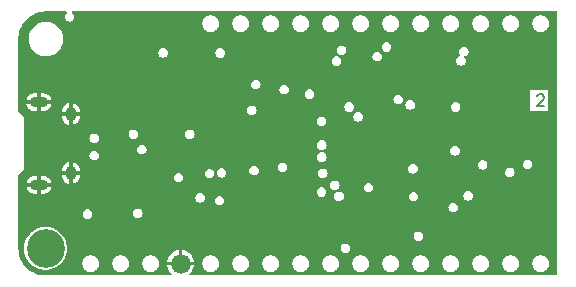
<source format=gbr>
%TF.GenerationSoftware,KiCad,Pcbnew,8.0.4-8.0.4-0~ubuntu22.04.1*%
%TF.CreationDate,2024-08-18T15:20:42-07:00*%
%TF.ProjectId,feather_M4_express,66656174-6865-4725-9f4d-345f65787072,rev?*%
%TF.SameCoordinates,Original*%
%TF.FileFunction,Copper,L2,Inr*%
%TF.FilePolarity,Positive*%
%FSLAX46Y46*%
G04 Gerber Fmt 4.6, Leading zero omitted, Abs format (unit mm)*
G04 Created by KiCad (PCBNEW 8.0.4-8.0.4-0~ubuntu22.04.1) date 2024-08-18 15:20:42*
%MOMM*%
%LPD*%
G01*
G04 APERTURE LIST*
%ADD10C,0.200000*%
%TA.AperFunction,NonConductor*%
%ADD11C,0.200000*%
%TD*%
%TA.AperFunction,ComponentPad*%
%ADD12O,1.550000X0.890000*%
%TD*%
%TA.AperFunction,ComponentPad*%
%ADD13O,0.950000X1.250000*%
%TD*%
%TA.AperFunction,ComponentPad*%
%ADD14C,3.200000*%
%TD*%
%TA.AperFunction,ComponentPad*%
%ADD15C,1.676400*%
%TD*%
%TA.AperFunction,ViaPad*%
%ADD16C,0.800000*%
%TD*%
G04 APERTURE END LIST*
D10*
D11*
X248480054Y-133582457D02*
X248527673Y-133534838D01*
X248527673Y-133534838D02*
X248622911Y-133487219D01*
X248622911Y-133487219D02*
X248861006Y-133487219D01*
X248861006Y-133487219D02*
X248956244Y-133534838D01*
X248956244Y-133534838D02*
X249003863Y-133582457D01*
X249003863Y-133582457D02*
X249051482Y-133677695D01*
X249051482Y-133677695D02*
X249051482Y-133772933D01*
X249051482Y-133772933D02*
X249003863Y-133915790D01*
X249003863Y-133915790D02*
X248432435Y-134487219D01*
X248432435Y-134487219D02*
X249051482Y-134487219D01*
D12*
%TO.N,GND*%
%TO.C,X3*%
X206298800Y-134138200D03*
D13*
X208998800Y-135138200D03*
X208998800Y-140138200D03*
D12*
X206298800Y-141138200D03*
%TD*%
D14*
%TO.N,N/C*%
%TO.C,U$32*%
X206857600Y-146532600D03*
%TD*%
D15*
%TO.N,GND*%
%TO.C,JP1*%
X218287600Y-147802600D03*
%TD*%
D14*
%TO.N,N/C*%
%TO.C,P$1*%
X206857600Y-146507200D03*
%TD*%
D16*
%TO.N,GND*%
X227100466Y-135711336D03*
X220167200Y-143383900D03*
X210235800Y-141732200D03*
X247675400Y-144551400D03*
X230269300Y-136771900D03*
X223596200Y-130086000D03*
X233486400Y-142163800D03*
X217449400Y-133705600D03*
X220726000Y-133985000D03*
X217119200Y-141706600D03*
X249758200Y-142671800D03*
X238007600Y-138734800D03*
X219202000Y-133985000D03*
X241147600Y-133383300D03*
X231213400Y-133779000D03*
X240096600Y-133357900D03*
X222589210Y-142498256D03*
X227914200Y-129387600D03*
%TD*%
%TA.AperFunction,Conductor*%
%TO.N,GND*%
G36*
X208676998Y-126478057D02*
G01*
X208695304Y-126522251D01*
X208676998Y-126566445D01*
X208661178Y-126577939D01*
X208651228Y-126583008D01*
X208561508Y-126672728D01*
X208503906Y-126785778D01*
X208484057Y-126911100D01*
X208503906Y-127036421D01*
X208561508Y-127149471D01*
X208651228Y-127239191D01*
X208764278Y-127296793D01*
X208764280Y-127296794D01*
X208889600Y-127316643D01*
X209014920Y-127296794D01*
X209127972Y-127239191D01*
X209217691Y-127149472D01*
X209275294Y-127036420D01*
X209295143Y-126911100D01*
X209275294Y-126785780D01*
X209217691Y-126672728D01*
X209127972Y-126583009D01*
X209127971Y-126583008D01*
X209118022Y-126577939D01*
X209086955Y-126541565D01*
X209090708Y-126493877D01*
X209127082Y-126462810D01*
X209146396Y-126459751D01*
X250127500Y-126459751D01*
X250171694Y-126478057D01*
X250190000Y-126522251D01*
X250190000Y-146100312D01*
X250171694Y-146144506D01*
X250164600Y-146151600D01*
X250164600Y-148748251D01*
X250146294Y-148792445D01*
X250102100Y-148810751D01*
X219038467Y-148810751D01*
X218994273Y-148792445D01*
X218975967Y-148748251D01*
X218994273Y-148704057D01*
X218996361Y-148702063D01*
X219135313Y-148575389D01*
X219135320Y-148575382D01*
X219262874Y-148406472D01*
X219262877Y-148406466D01*
X219357231Y-148216978D01*
X219415161Y-148013381D01*
X219415163Y-148013370D01*
X219420608Y-147954600D01*
X218764509Y-147954600D01*
X218787600Y-147868426D01*
X218787600Y-147736774D01*
X218786667Y-147733291D01*
X220123900Y-147733291D01*
X220123900Y-147871908D01*
X220148502Y-147995593D01*
X220150943Y-148007862D01*
X220163368Y-148037858D01*
X220203988Y-148135925D01*
X220203989Y-148135928D01*
X220280999Y-148251182D01*
X220379017Y-148349200D01*
X220494271Y-148426210D01*
X220494272Y-148426210D01*
X220494273Y-148426211D01*
X220622338Y-148479257D01*
X220758292Y-148506300D01*
X220896908Y-148506300D01*
X221032862Y-148479257D01*
X221160927Y-148426211D01*
X221276183Y-148349200D01*
X221374200Y-148251183D01*
X221451211Y-148135927D01*
X221504257Y-148007862D01*
X221531300Y-147871908D01*
X221531300Y-147733292D01*
X221531300Y-147733291D01*
X222663900Y-147733291D01*
X222663900Y-147871908D01*
X222688502Y-147995593D01*
X222690943Y-148007862D01*
X222703368Y-148037858D01*
X222743988Y-148135925D01*
X222743989Y-148135928D01*
X222820999Y-148251182D01*
X222919017Y-148349200D01*
X223034271Y-148426210D01*
X223034272Y-148426210D01*
X223034273Y-148426211D01*
X223162338Y-148479257D01*
X223298292Y-148506300D01*
X223436908Y-148506300D01*
X223572862Y-148479257D01*
X223700927Y-148426211D01*
X223816183Y-148349200D01*
X223914200Y-148251183D01*
X223991211Y-148135927D01*
X224044257Y-148007862D01*
X224071300Y-147871908D01*
X224071300Y-147733292D01*
X224071300Y-147733291D01*
X225203900Y-147733291D01*
X225203900Y-147871908D01*
X225228502Y-147995593D01*
X225230943Y-148007862D01*
X225243368Y-148037858D01*
X225283988Y-148135925D01*
X225283989Y-148135928D01*
X225360999Y-148251182D01*
X225459017Y-148349200D01*
X225574271Y-148426210D01*
X225574272Y-148426210D01*
X225574273Y-148426211D01*
X225702338Y-148479257D01*
X225838292Y-148506300D01*
X225976908Y-148506300D01*
X226112862Y-148479257D01*
X226240927Y-148426211D01*
X226356183Y-148349200D01*
X226454200Y-148251183D01*
X226531211Y-148135927D01*
X226584257Y-148007862D01*
X226611300Y-147871908D01*
X226611300Y-147733292D01*
X226611300Y-147733291D01*
X227743900Y-147733291D01*
X227743900Y-147871908D01*
X227768502Y-147995593D01*
X227770943Y-148007862D01*
X227783368Y-148037858D01*
X227823988Y-148135925D01*
X227823989Y-148135928D01*
X227900999Y-148251182D01*
X227999017Y-148349200D01*
X228114271Y-148426210D01*
X228114272Y-148426210D01*
X228114273Y-148426211D01*
X228242338Y-148479257D01*
X228378292Y-148506300D01*
X228516908Y-148506300D01*
X228652862Y-148479257D01*
X228780927Y-148426211D01*
X228896183Y-148349200D01*
X228994200Y-148251183D01*
X229071211Y-148135927D01*
X229124257Y-148007862D01*
X229151300Y-147871908D01*
X229151300Y-147733292D01*
X229151300Y-147733291D01*
X230283900Y-147733291D01*
X230283900Y-147871908D01*
X230308502Y-147995593D01*
X230310943Y-148007862D01*
X230323368Y-148037858D01*
X230363988Y-148135925D01*
X230363989Y-148135928D01*
X230440999Y-148251182D01*
X230539017Y-148349200D01*
X230654271Y-148426210D01*
X230654272Y-148426210D01*
X230654273Y-148426211D01*
X230782338Y-148479257D01*
X230918292Y-148506300D01*
X231056908Y-148506300D01*
X231192862Y-148479257D01*
X231320927Y-148426211D01*
X231436183Y-148349200D01*
X231534200Y-148251183D01*
X231611211Y-148135927D01*
X231664257Y-148007862D01*
X231691300Y-147871908D01*
X231691300Y-147733292D01*
X231691300Y-147733291D01*
X232823900Y-147733291D01*
X232823900Y-147871908D01*
X232848502Y-147995593D01*
X232850943Y-148007862D01*
X232863368Y-148037858D01*
X232903988Y-148135925D01*
X232903989Y-148135928D01*
X232980999Y-148251182D01*
X233079017Y-148349200D01*
X233194271Y-148426210D01*
X233194272Y-148426210D01*
X233194273Y-148426211D01*
X233322338Y-148479257D01*
X233458292Y-148506300D01*
X233596908Y-148506300D01*
X233732862Y-148479257D01*
X233860927Y-148426211D01*
X233976183Y-148349200D01*
X234074200Y-148251183D01*
X234151211Y-148135927D01*
X234204257Y-148007862D01*
X234231300Y-147871908D01*
X234231300Y-147733292D01*
X234231300Y-147733291D01*
X235363900Y-147733291D01*
X235363900Y-147871908D01*
X235388502Y-147995593D01*
X235390943Y-148007862D01*
X235403368Y-148037858D01*
X235443988Y-148135925D01*
X235443989Y-148135928D01*
X235520999Y-148251182D01*
X235619017Y-148349200D01*
X235734271Y-148426210D01*
X235734272Y-148426210D01*
X235734273Y-148426211D01*
X235862338Y-148479257D01*
X235998292Y-148506300D01*
X236136908Y-148506300D01*
X236272862Y-148479257D01*
X236400927Y-148426211D01*
X236516183Y-148349200D01*
X236614200Y-148251183D01*
X236691211Y-148135927D01*
X236744257Y-148007862D01*
X236771300Y-147871908D01*
X236771300Y-147733292D01*
X236771300Y-147733291D01*
X237903900Y-147733291D01*
X237903900Y-147871908D01*
X237928502Y-147995593D01*
X237930943Y-148007862D01*
X237943368Y-148037858D01*
X237983988Y-148135925D01*
X237983989Y-148135928D01*
X238060999Y-148251182D01*
X238159017Y-148349200D01*
X238274271Y-148426210D01*
X238274272Y-148426210D01*
X238274273Y-148426211D01*
X238402338Y-148479257D01*
X238538292Y-148506300D01*
X238676908Y-148506300D01*
X238812862Y-148479257D01*
X238940927Y-148426211D01*
X239056183Y-148349200D01*
X239154200Y-148251183D01*
X239231211Y-148135927D01*
X239284257Y-148007862D01*
X239311300Y-147871908D01*
X239311300Y-147733292D01*
X239311300Y-147733291D01*
X240443900Y-147733291D01*
X240443900Y-147871908D01*
X240468502Y-147995593D01*
X240470943Y-148007862D01*
X240483368Y-148037858D01*
X240523988Y-148135925D01*
X240523989Y-148135928D01*
X240600999Y-148251182D01*
X240699017Y-148349200D01*
X240814271Y-148426210D01*
X240814272Y-148426210D01*
X240814273Y-148426211D01*
X240942338Y-148479257D01*
X241078292Y-148506300D01*
X241216908Y-148506300D01*
X241352862Y-148479257D01*
X241480927Y-148426211D01*
X241596183Y-148349200D01*
X241694200Y-148251183D01*
X241771211Y-148135927D01*
X241824257Y-148007862D01*
X241851300Y-147871908D01*
X241851300Y-147733292D01*
X241851300Y-147733291D01*
X242983900Y-147733291D01*
X242983900Y-147871908D01*
X243008502Y-147995593D01*
X243010943Y-148007862D01*
X243023368Y-148037858D01*
X243063988Y-148135925D01*
X243063989Y-148135928D01*
X243140999Y-148251182D01*
X243239017Y-148349200D01*
X243354271Y-148426210D01*
X243354272Y-148426210D01*
X243354273Y-148426211D01*
X243482338Y-148479257D01*
X243618292Y-148506300D01*
X243756908Y-148506300D01*
X243892862Y-148479257D01*
X244020927Y-148426211D01*
X244136183Y-148349200D01*
X244234200Y-148251183D01*
X244311211Y-148135927D01*
X244364257Y-148007862D01*
X244391300Y-147871908D01*
X244391300Y-147733292D01*
X244391300Y-147733291D01*
X245523900Y-147733291D01*
X245523900Y-147871908D01*
X245548502Y-147995593D01*
X245550943Y-148007862D01*
X245563368Y-148037858D01*
X245603988Y-148135925D01*
X245603989Y-148135928D01*
X245680999Y-148251182D01*
X245779017Y-148349200D01*
X245894271Y-148426210D01*
X245894272Y-148426210D01*
X245894273Y-148426211D01*
X246022338Y-148479257D01*
X246158292Y-148506300D01*
X246296908Y-148506300D01*
X246432862Y-148479257D01*
X246560927Y-148426211D01*
X246676183Y-148349200D01*
X246774200Y-148251183D01*
X246851211Y-148135927D01*
X246904257Y-148007862D01*
X246931300Y-147871908D01*
X246931300Y-147733292D01*
X246931300Y-147733291D01*
X248063900Y-147733291D01*
X248063900Y-147871908D01*
X248088502Y-147995593D01*
X248090943Y-148007862D01*
X248103368Y-148037858D01*
X248143988Y-148135925D01*
X248143989Y-148135928D01*
X248220999Y-148251182D01*
X248319017Y-148349200D01*
X248434271Y-148426210D01*
X248434272Y-148426210D01*
X248434273Y-148426211D01*
X248562338Y-148479257D01*
X248698292Y-148506300D01*
X248836908Y-148506300D01*
X248972862Y-148479257D01*
X249100927Y-148426211D01*
X249216183Y-148349200D01*
X249314200Y-148251183D01*
X249391211Y-148135927D01*
X249444257Y-148007862D01*
X249471300Y-147871908D01*
X249471300Y-147733292D01*
X249444257Y-147597338D01*
X249391211Y-147469273D01*
X249314200Y-147354017D01*
X249216183Y-147256000D01*
X249216182Y-147255999D01*
X249100928Y-147178989D01*
X249100925Y-147178988D01*
X249074400Y-147168001D01*
X248972862Y-147125943D01*
X248972858Y-147125942D01*
X248836908Y-147098900D01*
X248698292Y-147098900D01*
X248562341Y-147125942D01*
X248562339Y-147125942D01*
X248562338Y-147125943D01*
X248524831Y-147141478D01*
X248434274Y-147178988D01*
X248434271Y-147178989D01*
X248319017Y-147255999D01*
X248220999Y-147354017D01*
X248143989Y-147469271D01*
X248143988Y-147469274D01*
X248133087Y-147495593D01*
X248093230Y-147591818D01*
X248090942Y-147597341D01*
X248063900Y-147733291D01*
X246931300Y-147733291D01*
X246904257Y-147597338D01*
X246851211Y-147469273D01*
X246774200Y-147354017D01*
X246676183Y-147256000D01*
X246676182Y-147255999D01*
X246560928Y-147178989D01*
X246560925Y-147178988D01*
X246534400Y-147168001D01*
X246432862Y-147125943D01*
X246432858Y-147125942D01*
X246296908Y-147098900D01*
X246158292Y-147098900D01*
X246022341Y-147125942D01*
X246022339Y-147125942D01*
X246022338Y-147125943D01*
X245984831Y-147141478D01*
X245894274Y-147178988D01*
X245894271Y-147178989D01*
X245779017Y-147255999D01*
X245680999Y-147354017D01*
X245603989Y-147469271D01*
X245603988Y-147469274D01*
X245593087Y-147495593D01*
X245553230Y-147591818D01*
X245550942Y-147597341D01*
X245523900Y-147733291D01*
X244391300Y-147733291D01*
X244364257Y-147597338D01*
X244311211Y-147469273D01*
X244234200Y-147354017D01*
X244136183Y-147256000D01*
X244136182Y-147255999D01*
X244020928Y-147178989D01*
X244020925Y-147178988D01*
X243994400Y-147168001D01*
X243892862Y-147125943D01*
X243892858Y-147125942D01*
X243756908Y-147098900D01*
X243618292Y-147098900D01*
X243482341Y-147125942D01*
X243482339Y-147125942D01*
X243482338Y-147125943D01*
X243444831Y-147141478D01*
X243354274Y-147178988D01*
X243354271Y-147178989D01*
X243239017Y-147255999D01*
X243140999Y-147354017D01*
X243063989Y-147469271D01*
X243063988Y-147469274D01*
X243053087Y-147495593D01*
X243013230Y-147591818D01*
X243010942Y-147597341D01*
X242983900Y-147733291D01*
X241851300Y-147733291D01*
X241824257Y-147597338D01*
X241771211Y-147469273D01*
X241694200Y-147354017D01*
X241596183Y-147256000D01*
X241596182Y-147255999D01*
X241480928Y-147178989D01*
X241480925Y-147178988D01*
X241454400Y-147168001D01*
X241352862Y-147125943D01*
X241352858Y-147125942D01*
X241216908Y-147098900D01*
X241078292Y-147098900D01*
X240942341Y-147125942D01*
X240942339Y-147125942D01*
X240942338Y-147125943D01*
X240904831Y-147141478D01*
X240814274Y-147178988D01*
X240814271Y-147178989D01*
X240699017Y-147255999D01*
X240600999Y-147354017D01*
X240523989Y-147469271D01*
X240523988Y-147469274D01*
X240513087Y-147495593D01*
X240473230Y-147591818D01*
X240470942Y-147597341D01*
X240443900Y-147733291D01*
X239311300Y-147733291D01*
X239284257Y-147597338D01*
X239231211Y-147469273D01*
X239154200Y-147354017D01*
X239056183Y-147256000D01*
X239056182Y-147255999D01*
X238940928Y-147178989D01*
X238940925Y-147178988D01*
X238914400Y-147168001D01*
X238812862Y-147125943D01*
X238812858Y-147125942D01*
X238676908Y-147098900D01*
X238538292Y-147098900D01*
X238402341Y-147125942D01*
X238402339Y-147125942D01*
X238402338Y-147125943D01*
X238364831Y-147141478D01*
X238274274Y-147178988D01*
X238274271Y-147178989D01*
X238159017Y-147255999D01*
X238060999Y-147354017D01*
X237983989Y-147469271D01*
X237983988Y-147469274D01*
X237973087Y-147495593D01*
X237933230Y-147591818D01*
X237930942Y-147597341D01*
X237903900Y-147733291D01*
X236771300Y-147733291D01*
X236744257Y-147597338D01*
X236691211Y-147469273D01*
X236614200Y-147354017D01*
X236516183Y-147256000D01*
X236516182Y-147255999D01*
X236400928Y-147178989D01*
X236400925Y-147178988D01*
X236374400Y-147168001D01*
X236272862Y-147125943D01*
X236272858Y-147125942D01*
X236136908Y-147098900D01*
X235998292Y-147098900D01*
X235862341Y-147125942D01*
X235862339Y-147125942D01*
X235862338Y-147125943D01*
X235824831Y-147141478D01*
X235734274Y-147178988D01*
X235734271Y-147178989D01*
X235619017Y-147255999D01*
X235520999Y-147354017D01*
X235443989Y-147469271D01*
X235443988Y-147469274D01*
X235433087Y-147495593D01*
X235393230Y-147591818D01*
X235390942Y-147597341D01*
X235363900Y-147733291D01*
X234231300Y-147733291D01*
X234204257Y-147597338D01*
X234151211Y-147469273D01*
X234074200Y-147354017D01*
X233976183Y-147256000D01*
X233976182Y-147255999D01*
X233860928Y-147178989D01*
X233860925Y-147178988D01*
X233834400Y-147168001D01*
X233732862Y-147125943D01*
X233732858Y-147125942D01*
X233596908Y-147098900D01*
X233458292Y-147098900D01*
X233322341Y-147125942D01*
X233322339Y-147125942D01*
X233322338Y-147125943D01*
X233284831Y-147141478D01*
X233194274Y-147178988D01*
X233194271Y-147178989D01*
X233079017Y-147255999D01*
X232980999Y-147354017D01*
X232903989Y-147469271D01*
X232903988Y-147469274D01*
X232893087Y-147495593D01*
X232853230Y-147591818D01*
X232850942Y-147597341D01*
X232823900Y-147733291D01*
X231691300Y-147733291D01*
X231664257Y-147597338D01*
X231611211Y-147469273D01*
X231534200Y-147354017D01*
X231436183Y-147256000D01*
X231436182Y-147255999D01*
X231320928Y-147178989D01*
X231320925Y-147178988D01*
X231294400Y-147168001D01*
X231192862Y-147125943D01*
X231192858Y-147125942D01*
X231056908Y-147098900D01*
X230918292Y-147098900D01*
X230782341Y-147125942D01*
X230782339Y-147125942D01*
X230782338Y-147125943D01*
X230744831Y-147141478D01*
X230654274Y-147178988D01*
X230654271Y-147178989D01*
X230539017Y-147255999D01*
X230440999Y-147354017D01*
X230363989Y-147469271D01*
X230363988Y-147469274D01*
X230353087Y-147495593D01*
X230313230Y-147591818D01*
X230310942Y-147597341D01*
X230283900Y-147733291D01*
X229151300Y-147733291D01*
X229124257Y-147597338D01*
X229071211Y-147469273D01*
X228994200Y-147354017D01*
X228896183Y-147256000D01*
X228896182Y-147255999D01*
X228780928Y-147178989D01*
X228780925Y-147178988D01*
X228754400Y-147168001D01*
X228652862Y-147125943D01*
X228652858Y-147125942D01*
X228516908Y-147098900D01*
X228378292Y-147098900D01*
X228242341Y-147125942D01*
X228242339Y-147125942D01*
X228242338Y-147125943D01*
X228204831Y-147141478D01*
X228114274Y-147178988D01*
X228114271Y-147178989D01*
X227999017Y-147255999D01*
X227900999Y-147354017D01*
X227823989Y-147469271D01*
X227823988Y-147469274D01*
X227813087Y-147495593D01*
X227773230Y-147591818D01*
X227770942Y-147597341D01*
X227743900Y-147733291D01*
X226611300Y-147733291D01*
X226584257Y-147597338D01*
X226531211Y-147469273D01*
X226454200Y-147354017D01*
X226356183Y-147256000D01*
X226356182Y-147255999D01*
X226240928Y-147178989D01*
X226240925Y-147178988D01*
X226214400Y-147168001D01*
X226112862Y-147125943D01*
X226112858Y-147125942D01*
X225976908Y-147098900D01*
X225838292Y-147098900D01*
X225702341Y-147125942D01*
X225702339Y-147125942D01*
X225702338Y-147125943D01*
X225664831Y-147141478D01*
X225574274Y-147178988D01*
X225574271Y-147178989D01*
X225459017Y-147255999D01*
X225360999Y-147354017D01*
X225283989Y-147469271D01*
X225283988Y-147469274D01*
X225273087Y-147495593D01*
X225233230Y-147591818D01*
X225230942Y-147597341D01*
X225203900Y-147733291D01*
X224071300Y-147733291D01*
X224044257Y-147597338D01*
X223991211Y-147469273D01*
X223914200Y-147354017D01*
X223816183Y-147256000D01*
X223816182Y-147255999D01*
X223700928Y-147178989D01*
X223700925Y-147178988D01*
X223674400Y-147168001D01*
X223572862Y-147125943D01*
X223572858Y-147125942D01*
X223436908Y-147098900D01*
X223298292Y-147098900D01*
X223162341Y-147125942D01*
X223162339Y-147125942D01*
X223162338Y-147125943D01*
X223124831Y-147141478D01*
X223034274Y-147178988D01*
X223034271Y-147178989D01*
X222919017Y-147255999D01*
X222820999Y-147354017D01*
X222743989Y-147469271D01*
X222743988Y-147469274D01*
X222733087Y-147495593D01*
X222693230Y-147591818D01*
X222690942Y-147597341D01*
X222663900Y-147733291D01*
X221531300Y-147733291D01*
X221504257Y-147597338D01*
X221451211Y-147469273D01*
X221374200Y-147354017D01*
X221276183Y-147256000D01*
X221276182Y-147255999D01*
X221160928Y-147178989D01*
X221160925Y-147178988D01*
X221134400Y-147168001D01*
X221032862Y-147125943D01*
X221032858Y-147125942D01*
X220896908Y-147098900D01*
X220758292Y-147098900D01*
X220622341Y-147125942D01*
X220622339Y-147125942D01*
X220622338Y-147125943D01*
X220584831Y-147141478D01*
X220494274Y-147178988D01*
X220494271Y-147178989D01*
X220379017Y-147255999D01*
X220280999Y-147354017D01*
X220203989Y-147469271D01*
X220203988Y-147469274D01*
X220193087Y-147495593D01*
X220153230Y-147591818D01*
X220150942Y-147597341D01*
X220123900Y-147733291D01*
X218786667Y-147733291D01*
X218764509Y-147650600D01*
X219420608Y-147650600D01*
X219420608Y-147650599D01*
X219415163Y-147591829D01*
X219415161Y-147591818D01*
X219357231Y-147388221D01*
X219262877Y-147198733D01*
X219262874Y-147198727D01*
X219135320Y-147029817D01*
X219135313Y-147029810D01*
X218978878Y-146887200D01*
X218978879Y-146887200D01*
X218798906Y-146775765D01*
X218798905Y-146775764D01*
X218601514Y-146699296D01*
X218439600Y-146669028D01*
X218439600Y-147325690D01*
X218353426Y-147302600D01*
X218221774Y-147302600D01*
X218135600Y-147325690D01*
X218135600Y-146669028D01*
X217973685Y-146699296D01*
X217776294Y-146775764D01*
X217776293Y-146775765D01*
X217596320Y-146887200D01*
X217439886Y-147029810D01*
X217439879Y-147029817D01*
X217312325Y-147198727D01*
X217312322Y-147198733D01*
X217217968Y-147388221D01*
X217160038Y-147591818D01*
X217160036Y-147591829D01*
X217154591Y-147650599D01*
X217154592Y-147650600D01*
X217810691Y-147650600D01*
X217787600Y-147736774D01*
X217787600Y-147868426D01*
X217810691Y-147954600D01*
X217154591Y-147954600D01*
X217160036Y-148013370D01*
X217160038Y-148013381D01*
X217217968Y-148216978D01*
X217312322Y-148406466D01*
X217312325Y-148406472D01*
X217439879Y-148575382D01*
X217439886Y-148575389D01*
X217578839Y-148702063D01*
X217599166Y-148745365D01*
X217582921Y-148790357D01*
X217539619Y-148810684D01*
X217536733Y-148810751D01*
X206900164Y-148810751D01*
X206900152Y-148810750D01*
X206852133Y-148810750D01*
X206848360Y-148810636D01*
X206578527Y-148794319D01*
X206571035Y-148793409D01*
X206307006Y-148745029D01*
X206299678Y-148743223D01*
X206043402Y-148663368D01*
X206036345Y-148660692D01*
X205791564Y-148550527D01*
X205784881Y-148547020D01*
X205555159Y-148408151D01*
X205548947Y-148403863D01*
X205337642Y-148238317D01*
X205331993Y-148233312D01*
X205142189Y-148043507D01*
X205137184Y-148037858D01*
X204971633Y-147826547D01*
X204967346Y-147820335D01*
X204828484Y-147590627D01*
X204824976Y-147583944D01*
X204809565Y-147549702D01*
X204714805Y-147339148D01*
X204712134Y-147332105D01*
X204632276Y-147075819D01*
X204630471Y-147068495D01*
X204623382Y-147029810D01*
X204582090Y-146804465D01*
X204581180Y-146796973D01*
X204564865Y-146527174D01*
X204564751Y-146523400D01*
X204564751Y-146507196D01*
X205052051Y-146507196D01*
X205052051Y-146507201D01*
X205052652Y-146515239D01*
X205052652Y-146524561D01*
X205052051Y-146532598D01*
X205052051Y-146532603D01*
X205072217Y-146801702D01*
X205072217Y-146801704D01*
X205132263Y-147064788D01*
X205132266Y-147064795D01*
X205230857Y-147315998D01*
X205365785Y-147549702D01*
X205365787Y-147549705D01*
X205365791Y-147549711D01*
X205534032Y-147760677D01*
X205534035Y-147760680D01*
X205534039Y-147760685D01*
X205731859Y-147944235D01*
X205731864Y-147944238D01*
X205731867Y-147944241D01*
X205833278Y-148013381D01*
X205954826Y-148096251D01*
X206197959Y-148213338D01*
X206320650Y-148251183D01*
X206455817Y-148292877D01*
X206455821Y-148292878D01*
X206455828Y-148292880D01*
X206722671Y-148333100D01*
X206722677Y-148333100D01*
X206992523Y-148333100D01*
X206992529Y-148333100D01*
X207259372Y-148292880D01*
X207517241Y-148213338D01*
X207760375Y-148096251D01*
X207983341Y-147944235D01*
X208181161Y-147760685D01*
X208203007Y-147733291D01*
X209963900Y-147733291D01*
X209963900Y-147871908D01*
X209988502Y-147995593D01*
X209990943Y-148007862D01*
X210003368Y-148037858D01*
X210043988Y-148135925D01*
X210043989Y-148135928D01*
X210120999Y-148251182D01*
X210219017Y-148349200D01*
X210334271Y-148426210D01*
X210334272Y-148426210D01*
X210334273Y-148426211D01*
X210462338Y-148479257D01*
X210598292Y-148506300D01*
X210736908Y-148506300D01*
X210872862Y-148479257D01*
X211000927Y-148426211D01*
X211116183Y-148349200D01*
X211214200Y-148251183D01*
X211291211Y-148135927D01*
X211344257Y-148007862D01*
X211371300Y-147871908D01*
X211371300Y-147733292D01*
X211371300Y-147733291D01*
X212503900Y-147733291D01*
X212503900Y-147871908D01*
X212528502Y-147995593D01*
X212530943Y-148007862D01*
X212543368Y-148037858D01*
X212583988Y-148135925D01*
X212583989Y-148135928D01*
X212660999Y-148251182D01*
X212759017Y-148349200D01*
X212874271Y-148426210D01*
X212874272Y-148426210D01*
X212874273Y-148426211D01*
X213002338Y-148479257D01*
X213138292Y-148506300D01*
X213276908Y-148506300D01*
X213412862Y-148479257D01*
X213540927Y-148426211D01*
X213656183Y-148349200D01*
X213754200Y-148251183D01*
X213831211Y-148135927D01*
X213884257Y-148007862D01*
X213911300Y-147871908D01*
X213911300Y-147733292D01*
X213911300Y-147733291D01*
X215043900Y-147733291D01*
X215043900Y-147871908D01*
X215068502Y-147995593D01*
X215070943Y-148007862D01*
X215083368Y-148037858D01*
X215123988Y-148135925D01*
X215123989Y-148135928D01*
X215200999Y-148251182D01*
X215299017Y-148349200D01*
X215414271Y-148426210D01*
X215414272Y-148426210D01*
X215414273Y-148426211D01*
X215542338Y-148479257D01*
X215678292Y-148506300D01*
X215816908Y-148506300D01*
X215952862Y-148479257D01*
X216080927Y-148426211D01*
X216196183Y-148349200D01*
X216294200Y-148251183D01*
X216371211Y-148135927D01*
X216424257Y-148007862D01*
X216451300Y-147871908D01*
X216451300Y-147733292D01*
X216424257Y-147597338D01*
X216371211Y-147469273D01*
X216294200Y-147354017D01*
X216196183Y-147256000D01*
X216196182Y-147255999D01*
X216080928Y-147178989D01*
X216080925Y-147178988D01*
X216054400Y-147168001D01*
X215952862Y-147125943D01*
X215952858Y-147125942D01*
X215816908Y-147098900D01*
X215678292Y-147098900D01*
X215542341Y-147125942D01*
X215542339Y-147125942D01*
X215542338Y-147125943D01*
X215504831Y-147141478D01*
X215414274Y-147178988D01*
X215414271Y-147178989D01*
X215299017Y-147255999D01*
X215200999Y-147354017D01*
X215123989Y-147469271D01*
X215123988Y-147469274D01*
X215113087Y-147495593D01*
X215073230Y-147591818D01*
X215070942Y-147597341D01*
X215043900Y-147733291D01*
X213911300Y-147733291D01*
X213884257Y-147597338D01*
X213831211Y-147469273D01*
X213754200Y-147354017D01*
X213656183Y-147256000D01*
X213656182Y-147255999D01*
X213540928Y-147178989D01*
X213540925Y-147178988D01*
X213514400Y-147168001D01*
X213412862Y-147125943D01*
X213412858Y-147125942D01*
X213276908Y-147098900D01*
X213138292Y-147098900D01*
X213002341Y-147125942D01*
X213002339Y-147125942D01*
X213002338Y-147125943D01*
X212964831Y-147141478D01*
X212874274Y-147178988D01*
X212874271Y-147178989D01*
X212759017Y-147255999D01*
X212660999Y-147354017D01*
X212583989Y-147469271D01*
X212583988Y-147469274D01*
X212573087Y-147495593D01*
X212533230Y-147591818D01*
X212530942Y-147597341D01*
X212503900Y-147733291D01*
X211371300Y-147733291D01*
X211344257Y-147597338D01*
X211291211Y-147469273D01*
X211214200Y-147354017D01*
X211116183Y-147256000D01*
X211116182Y-147255999D01*
X211000928Y-147178989D01*
X211000925Y-147178988D01*
X210974400Y-147168001D01*
X210872862Y-147125943D01*
X210872858Y-147125942D01*
X210736908Y-147098900D01*
X210598292Y-147098900D01*
X210462341Y-147125942D01*
X210462339Y-147125942D01*
X210462338Y-147125943D01*
X210424831Y-147141478D01*
X210334274Y-147178988D01*
X210334271Y-147178989D01*
X210219017Y-147255999D01*
X210120999Y-147354017D01*
X210043989Y-147469271D01*
X210043988Y-147469274D01*
X210033087Y-147495593D01*
X209993230Y-147591818D01*
X209990942Y-147597341D01*
X209963900Y-147733291D01*
X208203007Y-147733291D01*
X208315820Y-147591829D01*
X208349408Y-147549711D01*
X208349408Y-147549710D01*
X208349415Y-147549702D01*
X208484343Y-147315998D01*
X208582934Y-147064795D01*
X208590918Y-147029817D01*
X208619415Y-146904961D01*
X208642983Y-146801703D01*
X208663149Y-146532600D01*
X208662547Y-146524569D01*
X208662547Y-146515226D01*
X208663149Y-146507199D01*
X208663149Y-146507197D01*
X208662327Y-146496230D01*
X231837898Y-146496230D01*
X231857903Y-146622536D01*
X231915958Y-146736476D01*
X232006383Y-146826901D01*
X232120323Y-146884956D01*
X232120325Y-146884957D01*
X232246630Y-146904962D01*
X232372935Y-146884957D01*
X232486877Y-146826901D01*
X232577301Y-146736477D01*
X232635357Y-146622535D01*
X232655362Y-146496230D01*
X232635357Y-146369925D01*
X232577301Y-146255983D01*
X232486877Y-146165559D01*
X232486876Y-146165558D01*
X232372936Y-146107503D01*
X232372937Y-146107503D01*
X232246630Y-146087498D01*
X232120323Y-146107503D01*
X232006383Y-146165558D01*
X231915958Y-146255983D01*
X231857903Y-146369923D01*
X231837898Y-146496230D01*
X208662327Y-146496230D01*
X208652862Y-146369925D01*
X208642983Y-146238097D01*
X208613176Y-146107503D01*
X208582936Y-145975011D01*
X208554058Y-145901431D01*
X208484343Y-145723802D01*
X208350917Y-145492700D01*
X238017868Y-145492700D01*
X238037873Y-145619006D01*
X238095928Y-145732946D01*
X238186353Y-145823371D01*
X238300293Y-145881426D01*
X238300295Y-145881427D01*
X238426600Y-145901432D01*
X238552905Y-145881427D01*
X238666847Y-145823371D01*
X238757271Y-145732947D01*
X238815327Y-145619005D01*
X238835332Y-145492700D01*
X238815327Y-145366395D01*
X238757271Y-145252453D01*
X238666847Y-145162029D01*
X238666846Y-145162028D01*
X238552906Y-145103973D01*
X238552907Y-145103973D01*
X238426600Y-145083968D01*
X238300293Y-145103973D01*
X238186353Y-145162028D01*
X238095928Y-145252453D01*
X238037873Y-145366393D01*
X238017868Y-145492700D01*
X208350917Y-145492700D01*
X208349415Y-145490098D01*
X208349410Y-145490092D01*
X208349408Y-145490088D01*
X208181167Y-145279122D01*
X208181164Y-145279119D01*
X208181161Y-145279115D01*
X207983341Y-145095565D01*
X207983335Y-145095561D01*
X207983332Y-145095558D01*
X207760375Y-144943549D01*
X207517241Y-144826462D01*
X207517238Y-144826461D01*
X207517236Y-144826460D01*
X207517232Y-144826459D01*
X207259382Y-144746922D01*
X207259373Y-144746920D01*
X207125950Y-144726810D01*
X206992529Y-144706700D01*
X206722671Y-144706700D01*
X206455826Y-144746920D01*
X206455817Y-144746922D01*
X206197967Y-144826459D01*
X206197963Y-144826460D01*
X205954825Y-144943549D01*
X205731867Y-145095558D01*
X205731860Y-145095563D01*
X205731859Y-145095565D01*
X205660229Y-145162028D01*
X205534037Y-145279117D01*
X205534032Y-145279122D01*
X205365791Y-145490088D01*
X205230858Y-145723799D01*
X205132263Y-145975011D01*
X205072217Y-146238095D01*
X205072217Y-146238097D01*
X205052051Y-146507196D01*
X204564751Y-146507196D01*
X204564752Y-146480381D01*
X204564751Y-146480378D01*
X204564751Y-143611600D01*
X210008057Y-143611600D01*
X210027906Y-143736921D01*
X210085508Y-143849971D01*
X210175228Y-143939691D01*
X210288278Y-143997293D01*
X210288280Y-143997294D01*
X210413600Y-144017143D01*
X210538920Y-143997294D01*
X210651972Y-143939691D01*
X210741691Y-143849972D01*
X210799294Y-143736920D01*
X210819143Y-143611600D01*
X210809085Y-143548100D01*
X214262557Y-143548100D01*
X214282406Y-143673421D01*
X214340008Y-143786471D01*
X214429728Y-143876191D01*
X214542778Y-143933793D01*
X214542780Y-143933794D01*
X214668100Y-143953643D01*
X214793420Y-143933794D01*
X214906472Y-143876191D01*
X214996191Y-143786472D01*
X215053794Y-143673420D01*
X215073643Y-143548100D01*
X215053794Y-143422780D01*
X214996191Y-143309728D01*
X214906472Y-143220009D01*
X214906471Y-143220008D01*
X214793421Y-143162406D01*
X214793422Y-143162406D01*
X214668100Y-143142557D01*
X214542778Y-143162406D01*
X214429728Y-143220008D01*
X214340008Y-143309728D01*
X214282406Y-143422778D01*
X214262557Y-143548100D01*
X210809085Y-143548100D01*
X210799294Y-143486280D01*
X210741691Y-143373228D01*
X210651972Y-143283509D01*
X210651971Y-143283508D01*
X210538921Y-143225906D01*
X210538922Y-143225906D01*
X210413600Y-143206057D01*
X210288278Y-143225906D01*
X210175228Y-143283508D01*
X210085508Y-143373228D01*
X210027906Y-143486278D01*
X210008057Y-143611600D01*
X204564751Y-143611600D01*
X204564751Y-143052800D01*
X240967468Y-143052800D01*
X240987473Y-143179106D01*
X241045528Y-143293046D01*
X241135953Y-143383471D01*
X241249893Y-143441526D01*
X241249895Y-143441527D01*
X241376200Y-143461532D01*
X241502505Y-143441527D01*
X241616447Y-143383471D01*
X241706871Y-143293047D01*
X241764927Y-143179105D01*
X241784932Y-143052800D01*
X241764927Y-142926495D01*
X241706871Y-142812553D01*
X241616447Y-142722129D01*
X241616446Y-142722128D01*
X241502506Y-142664073D01*
X241502507Y-142664073D01*
X241376200Y-142644068D01*
X241249893Y-142664073D01*
X241135953Y-142722128D01*
X241045528Y-142812553D01*
X240987473Y-142926493D01*
X240967468Y-143052800D01*
X204564751Y-143052800D01*
X204564751Y-142231213D01*
X219549670Y-142231213D01*
X219569519Y-142356534D01*
X219627121Y-142469584D01*
X219716841Y-142559304D01*
X219829891Y-142616906D01*
X219829893Y-142616907D01*
X219955213Y-142636756D01*
X220080533Y-142616907D01*
X220193585Y-142559304D01*
X220283304Y-142469585D01*
X220283806Y-142468600D01*
X221184057Y-142468600D01*
X221203906Y-142593921D01*
X221261508Y-142706971D01*
X221351228Y-142796691D01*
X221464278Y-142854293D01*
X221464280Y-142854294D01*
X221589600Y-142874143D01*
X221714920Y-142854294D01*
X221827972Y-142796691D01*
X221917691Y-142706972D01*
X221975294Y-142593920D01*
X221995143Y-142468600D01*
X221975294Y-142343280D01*
X221917691Y-142230228D01*
X221827972Y-142140509D01*
X221827971Y-142140508D01*
X221714921Y-142082906D01*
X221714922Y-142082906D01*
X221589600Y-142063057D01*
X221464278Y-142082906D01*
X221351228Y-142140508D01*
X221261508Y-142230228D01*
X221203906Y-142343278D01*
X221184057Y-142468600D01*
X220283806Y-142468600D01*
X220340907Y-142356533D01*
X220360756Y-142231213D01*
X220340907Y-142105893D01*
X220283304Y-141992841D01*
X220193585Y-141903122D01*
X220193584Y-141903121D01*
X220080534Y-141845519D01*
X220080535Y-141845519D01*
X219955213Y-141825670D01*
X219829891Y-141845519D01*
X219716841Y-141903121D01*
X219627121Y-141992841D01*
X219569519Y-142105891D01*
X219549670Y-142231213D01*
X204564751Y-142231213D01*
X204564751Y-140986199D01*
X205235361Y-140986199D01*
X205235361Y-140986200D01*
X205772246Y-140986200D01*
X205761860Y-140996586D01*
X205723800Y-141088472D01*
X205723800Y-141187928D01*
X205761860Y-141279814D01*
X205772246Y-141290200D01*
X205235361Y-141290200D01*
X205248583Y-141356673D01*
X205248583Y-141356674D01*
X205305045Y-141492984D01*
X205305046Y-141492987D01*
X205387013Y-141615659D01*
X205491340Y-141719986D01*
X205614012Y-141801953D01*
X205614015Y-141801954D01*
X205750326Y-141858416D01*
X205895029Y-141887199D01*
X205895030Y-141887200D01*
X206146800Y-141887200D01*
X206146800Y-141388200D01*
X206450800Y-141388200D01*
X206450800Y-141887200D01*
X206702570Y-141887200D01*
X206702570Y-141887199D01*
X206847273Y-141858416D01*
X206847274Y-141858416D01*
X206983584Y-141801954D01*
X206983587Y-141801953D01*
X207066428Y-141746600D01*
X229816868Y-141746600D01*
X229836873Y-141872906D01*
X229894928Y-141986846D01*
X229985353Y-142077271D01*
X230099293Y-142135326D01*
X230099295Y-142135327D01*
X230225600Y-142155332D01*
X230351905Y-142135327D01*
X230395724Y-142113000D01*
X231290068Y-142113000D01*
X231310073Y-142239306D01*
X231368128Y-142353246D01*
X231458553Y-142443671D01*
X231572493Y-142501726D01*
X231572495Y-142501727D01*
X231698800Y-142521732D01*
X231825105Y-142501727D01*
X231939047Y-142443671D01*
X232029471Y-142353247D01*
X232087527Y-142239305D01*
X232103509Y-142138400D01*
X237598868Y-142138400D01*
X237618873Y-142264706D01*
X237676928Y-142378646D01*
X237767353Y-142469071D01*
X237881293Y-142527126D01*
X237881295Y-142527127D01*
X238007600Y-142547132D01*
X238133905Y-142527127D01*
X238247847Y-142469071D01*
X238338271Y-142378647D01*
X238396327Y-142264705D01*
X238416332Y-142138400D01*
X238404263Y-142062200D01*
X242237468Y-142062200D01*
X242257473Y-142188506D01*
X242315528Y-142302446D01*
X242405953Y-142392871D01*
X242519893Y-142450926D01*
X242519895Y-142450927D01*
X242646200Y-142470932D01*
X242772505Y-142450927D01*
X242886447Y-142392871D01*
X242976871Y-142302447D01*
X243034927Y-142188505D01*
X243054932Y-142062200D01*
X243034927Y-141935895D01*
X242976871Y-141821953D01*
X242886447Y-141731529D01*
X242886446Y-141731528D01*
X242772506Y-141673473D01*
X242772507Y-141673473D01*
X242646200Y-141653468D01*
X242519893Y-141673473D01*
X242405953Y-141731528D01*
X242315528Y-141821953D01*
X242257473Y-141935893D01*
X242237468Y-142062200D01*
X238404263Y-142062200D01*
X238396327Y-142012095D01*
X238338271Y-141898153D01*
X238247847Y-141807729D01*
X238247846Y-141807728D01*
X238133906Y-141749673D01*
X238133907Y-141749673D01*
X238007600Y-141729668D01*
X237881293Y-141749673D01*
X237767353Y-141807728D01*
X237676928Y-141898153D01*
X237618873Y-142012093D01*
X237598868Y-142138400D01*
X232103509Y-142138400D01*
X232107532Y-142113000D01*
X232087527Y-141986695D01*
X232029471Y-141872753D01*
X231939047Y-141782329D01*
X231939046Y-141782328D01*
X231825106Y-141724273D01*
X231825107Y-141724273D01*
X231698800Y-141704268D01*
X231572493Y-141724273D01*
X231458553Y-141782328D01*
X231368128Y-141872753D01*
X231310073Y-141986693D01*
X231290068Y-142113000D01*
X230395724Y-142113000D01*
X230465847Y-142077271D01*
X230556271Y-141986847D01*
X230614327Y-141872905D01*
X230634332Y-141746600D01*
X230614327Y-141620295D01*
X230556271Y-141506353D01*
X230465847Y-141415929D01*
X230465846Y-141415928D01*
X230351906Y-141357873D01*
X230351907Y-141357873D01*
X230225600Y-141337868D01*
X230099293Y-141357873D01*
X229985353Y-141415928D01*
X229894928Y-141506353D01*
X229836873Y-141620293D01*
X229816868Y-141746600D01*
X207066428Y-141746600D01*
X207106259Y-141719986D01*
X207210586Y-141615659D01*
X207292553Y-141492987D01*
X207292554Y-141492984D01*
X207349016Y-141356674D01*
X207349016Y-141356673D01*
X207362239Y-141290200D01*
X206825354Y-141290200D01*
X206835740Y-141279814D01*
X206873800Y-141187928D01*
X206873800Y-141173200D01*
X230934468Y-141173200D01*
X230954473Y-141299506D01*
X231012528Y-141413446D01*
X231102953Y-141503871D01*
X231216893Y-141561926D01*
X231216895Y-141561927D01*
X231343200Y-141581932D01*
X231469505Y-141561927D01*
X231583447Y-141503871D01*
X231673871Y-141413447D01*
X231692747Y-141376400D01*
X233788868Y-141376400D01*
X233808873Y-141502706D01*
X233866928Y-141616646D01*
X233957353Y-141707071D01*
X234071293Y-141765126D01*
X234071295Y-141765127D01*
X234197600Y-141785132D01*
X234323905Y-141765127D01*
X234437847Y-141707071D01*
X234528271Y-141616647D01*
X234586327Y-141502705D01*
X234606332Y-141376400D01*
X234586327Y-141250095D01*
X234528271Y-141136153D01*
X234437847Y-141045729D01*
X234437846Y-141045728D01*
X234323906Y-140987673D01*
X234323907Y-140987673D01*
X234197600Y-140967668D01*
X234071293Y-140987673D01*
X233957353Y-141045728D01*
X233866928Y-141136153D01*
X233808873Y-141250093D01*
X233788868Y-141376400D01*
X231692747Y-141376400D01*
X231731927Y-141299505D01*
X231751932Y-141173200D01*
X231731927Y-141046895D01*
X231673871Y-140932953D01*
X231583447Y-140842529D01*
X231583446Y-140842528D01*
X231469506Y-140784473D01*
X231469507Y-140784473D01*
X231343200Y-140764468D01*
X231216893Y-140784473D01*
X231102953Y-140842528D01*
X231012528Y-140932953D01*
X230954473Y-141046893D01*
X230934468Y-141173200D01*
X206873800Y-141173200D01*
X206873800Y-141088472D01*
X206835740Y-140996586D01*
X206825354Y-140986200D01*
X207362239Y-140986200D01*
X207362238Y-140986199D01*
X207349016Y-140919726D01*
X207349016Y-140919725D01*
X207292554Y-140783415D01*
X207292553Y-140783412D01*
X207210586Y-140660740D01*
X207106259Y-140556413D01*
X206983587Y-140474446D01*
X206983584Y-140474445D01*
X206847273Y-140417983D01*
X206702570Y-140389200D01*
X206450800Y-140389200D01*
X206450800Y-140888200D01*
X206146800Y-140888200D01*
X206146800Y-140389200D01*
X205895030Y-140389200D01*
X205750326Y-140417983D01*
X205750325Y-140417983D01*
X205614015Y-140474445D01*
X205614012Y-140474446D01*
X205491340Y-140556413D01*
X205387013Y-140660740D01*
X205305046Y-140783412D01*
X205305045Y-140783415D01*
X205248583Y-140919725D01*
X205248583Y-140919726D01*
X205235361Y-140986199D01*
X204564751Y-140986199D01*
X204564751Y-140306555D01*
X204583056Y-140262362D01*
X204933943Y-139911474D01*
X208219800Y-139911474D01*
X208219800Y-139986200D01*
X208723800Y-139986200D01*
X208723800Y-140290200D01*
X208219800Y-140290200D01*
X208219800Y-140364925D01*
X208249736Y-140515424D01*
X208308459Y-140657196D01*
X208393710Y-140784782D01*
X208502217Y-140893289D01*
X208629803Y-140978540D01*
X208771574Y-141037262D01*
X208846799Y-141052226D01*
X208846800Y-141052225D01*
X208846800Y-140522897D01*
X208944099Y-140563200D01*
X209053501Y-140563200D01*
X209150800Y-140522897D01*
X209150800Y-141052226D01*
X209226025Y-141037262D01*
X209367796Y-140978540D01*
X209495382Y-140893289D01*
X209603889Y-140784782D01*
X209689140Y-140657196D01*
X209747863Y-140515424D01*
X209748385Y-140512800D01*
X217701068Y-140512800D01*
X217721073Y-140639106D01*
X217779128Y-140753046D01*
X217869553Y-140843471D01*
X217983493Y-140901526D01*
X217983495Y-140901527D01*
X218109800Y-140921532D01*
X218236105Y-140901527D01*
X218350047Y-140843471D01*
X218440471Y-140753047D01*
X218498527Y-140639105D01*
X218518532Y-140512800D01*
X218498527Y-140386495D01*
X218440471Y-140272553D01*
X218350518Y-140182600D01*
X220342668Y-140182600D01*
X220362673Y-140308906D01*
X220420728Y-140422846D01*
X220511153Y-140513271D01*
X220625093Y-140571326D01*
X220625095Y-140571327D01*
X220751400Y-140591332D01*
X220877705Y-140571327D01*
X220991647Y-140513271D01*
X221082071Y-140422847D01*
X221140127Y-140308905D01*
X221160132Y-140182600D01*
X221150842Y-140123948D01*
X221361857Y-140123948D01*
X221381706Y-140249269D01*
X221439308Y-140362319D01*
X221529028Y-140452039D01*
X221642078Y-140509641D01*
X221642080Y-140509642D01*
X221767400Y-140529491D01*
X221892720Y-140509642D01*
X222005772Y-140452039D01*
X222095491Y-140362320D01*
X222153094Y-140249268D01*
X222172943Y-140123948D01*
X222153094Y-139998628D01*
X222117412Y-139928599D01*
X224105056Y-139928599D01*
X224124905Y-140053920D01*
X224182507Y-140166970D01*
X224272227Y-140256690D01*
X224385277Y-140314292D01*
X224385279Y-140314293D01*
X224510599Y-140334142D01*
X224635919Y-140314293D01*
X224748971Y-140256690D01*
X224838690Y-140166971D01*
X224843669Y-140157200D01*
X229918468Y-140157200D01*
X229938473Y-140283506D01*
X229996528Y-140397446D01*
X230086953Y-140487871D01*
X230200893Y-140545926D01*
X230200895Y-140545927D01*
X230327200Y-140565932D01*
X230453505Y-140545927D01*
X230567447Y-140487871D01*
X230657871Y-140397447D01*
X230715927Y-140283505D01*
X230735932Y-140157200D01*
X230715927Y-140030895D01*
X230657871Y-139916953D01*
X230567447Y-139826529D01*
X230567446Y-139826528D01*
X230460232Y-139771900D01*
X237563868Y-139771900D01*
X237583873Y-139898206D01*
X237641928Y-140012146D01*
X237732353Y-140102571D01*
X237846293Y-140160626D01*
X237846295Y-140160627D01*
X237972600Y-140180632D01*
X238098905Y-140160627D01*
X238212847Y-140102571D01*
X238229882Y-140085536D01*
X245758822Y-140085536D01*
X245778827Y-140211842D01*
X245836882Y-140325782D01*
X245927307Y-140416207D01*
X246041247Y-140474262D01*
X246041249Y-140474263D01*
X246167554Y-140494268D01*
X246293859Y-140474263D01*
X246407801Y-140416207D01*
X246498225Y-140325783D01*
X246556281Y-140211841D01*
X246576286Y-140085536D01*
X246556281Y-139959231D01*
X246498225Y-139845289D01*
X246407801Y-139754865D01*
X246407800Y-139754864D01*
X246293860Y-139696809D01*
X246293861Y-139696809D01*
X246167554Y-139676804D01*
X246041247Y-139696809D01*
X245927307Y-139754864D01*
X245836882Y-139845289D01*
X245778827Y-139959229D01*
X245758822Y-140085536D01*
X238229882Y-140085536D01*
X238303271Y-140012147D01*
X238361327Y-139898205D01*
X238381332Y-139771900D01*
X238361327Y-139645595D01*
X238303271Y-139531653D01*
X238217618Y-139446000D01*
X243456668Y-139446000D01*
X243476673Y-139572306D01*
X243534728Y-139686246D01*
X243625153Y-139776671D01*
X243739093Y-139834726D01*
X243739095Y-139834727D01*
X243865400Y-139854732D01*
X243991705Y-139834727D01*
X244105647Y-139776671D01*
X244196071Y-139686247D01*
X244254127Y-139572305D01*
X244274132Y-139446000D01*
X244267923Y-139406800D01*
X247266668Y-139406800D01*
X247286673Y-139533106D01*
X247344728Y-139647046D01*
X247435153Y-139737471D01*
X247549093Y-139795526D01*
X247549095Y-139795527D01*
X247675400Y-139815532D01*
X247801705Y-139795527D01*
X247915647Y-139737471D01*
X248006071Y-139647047D01*
X248064127Y-139533105D01*
X248084132Y-139406800D01*
X248064127Y-139280495D01*
X248006071Y-139166553D01*
X247915647Y-139076129D01*
X247915646Y-139076128D01*
X247801706Y-139018073D01*
X247801707Y-139018073D01*
X247675400Y-138998068D01*
X247549093Y-139018073D01*
X247435153Y-139076128D01*
X247344728Y-139166553D01*
X247286673Y-139280493D01*
X247266668Y-139406800D01*
X244267923Y-139406800D01*
X244254127Y-139319695D01*
X244196071Y-139205753D01*
X244105647Y-139115329D01*
X244105646Y-139115328D01*
X243991706Y-139057273D01*
X243991707Y-139057273D01*
X243865400Y-139037268D01*
X243739093Y-139057273D01*
X243625153Y-139115328D01*
X243534728Y-139205753D01*
X243476673Y-139319693D01*
X243456668Y-139446000D01*
X238217618Y-139446000D01*
X238212847Y-139441229D01*
X238212846Y-139441228D01*
X238098906Y-139383173D01*
X238098907Y-139383173D01*
X237972600Y-139363168D01*
X237846293Y-139383173D01*
X237732353Y-139441228D01*
X237641928Y-139531653D01*
X237583873Y-139645593D01*
X237563868Y-139771900D01*
X230460232Y-139771900D01*
X230453506Y-139768473D01*
X230453507Y-139768473D01*
X230327200Y-139748468D01*
X230200893Y-139768473D01*
X230086953Y-139826528D01*
X229996528Y-139916953D01*
X229938473Y-140030893D01*
X229918468Y-140157200D01*
X224843669Y-140157200D01*
X224896293Y-140053919D01*
X224916142Y-139928599D01*
X224896293Y-139803279D01*
X224838690Y-139690227D01*
X224797663Y-139649200D01*
X226514868Y-139649200D01*
X226534873Y-139775506D01*
X226592928Y-139889446D01*
X226683353Y-139979871D01*
X226797293Y-140037926D01*
X226797295Y-140037927D01*
X226923600Y-140057932D01*
X227049905Y-140037927D01*
X227163847Y-139979871D01*
X227254271Y-139889447D01*
X227312327Y-139775505D01*
X227332332Y-139649200D01*
X227312327Y-139522895D01*
X227254271Y-139408953D01*
X227163847Y-139318529D01*
X227163846Y-139318528D01*
X227049906Y-139260473D01*
X227049907Y-139260473D01*
X226923600Y-139240468D01*
X226797293Y-139260473D01*
X226683353Y-139318528D01*
X226592928Y-139408953D01*
X226534873Y-139522893D01*
X226514868Y-139649200D01*
X224797663Y-139649200D01*
X224748971Y-139600508D01*
X224748970Y-139600507D01*
X224635920Y-139542905D01*
X224635921Y-139542905D01*
X224510599Y-139523056D01*
X224385277Y-139542905D01*
X224272227Y-139600507D01*
X224182507Y-139690227D01*
X224124905Y-139803277D01*
X224105056Y-139928599D01*
X222117412Y-139928599D01*
X222095491Y-139885576D01*
X222005772Y-139795857D01*
X222005771Y-139795856D01*
X221892721Y-139738254D01*
X221892722Y-139738254D01*
X221767400Y-139718405D01*
X221642078Y-139738254D01*
X221529028Y-139795856D01*
X221439308Y-139885576D01*
X221381706Y-139998626D01*
X221361857Y-140123948D01*
X221150842Y-140123948D01*
X221140127Y-140056295D01*
X221082071Y-139942353D01*
X220991647Y-139851929D01*
X220991646Y-139851928D01*
X220877706Y-139793873D01*
X220877707Y-139793873D01*
X220751400Y-139773868D01*
X220625093Y-139793873D01*
X220511153Y-139851928D01*
X220420728Y-139942353D01*
X220362673Y-140056293D01*
X220342668Y-140182600D01*
X218350518Y-140182600D01*
X218350047Y-140182129D01*
X218350046Y-140182128D01*
X218236106Y-140124073D01*
X218236107Y-140124073D01*
X218109800Y-140104068D01*
X217983493Y-140124073D01*
X217869553Y-140182128D01*
X217779128Y-140272553D01*
X217721073Y-140386493D01*
X217701068Y-140512800D01*
X209748385Y-140512800D01*
X209777799Y-140364925D01*
X209777800Y-140364925D01*
X209777800Y-140290200D01*
X209273800Y-140290200D01*
X209273800Y-139986200D01*
X209777800Y-139986200D01*
X209777800Y-139911475D01*
X209777799Y-139911474D01*
X209747863Y-139760975D01*
X209689140Y-139619203D01*
X209603889Y-139491617D01*
X209495382Y-139383110D01*
X209367796Y-139297859D01*
X209367793Y-139297858D01*
X209226022Y-139239136D01*
X209150800Y-139224173D01*
X209150800Y-139753502D01*
X209053501Y-139713200D01*
X208944099Y-139713200D01*
X208846800Y-139753502D01*
X208846800Y-139224173D01*
X208846799Y-139224173D01*
X208771577Y-139239136D01*
X208629806Y-139297858D01*
X208629803Y-139297859D01*
X208502217Y-139383110D01*
X208393710Y-139491617D01*
X208308459Y-139619203D01*
X208249736Y-139760975D01*
X208219800Y-139911474D01*
X204933943Y-139911474D01*
X204953622Y-139891795D01*
X204953625Y-139891794D01*
X204962413Y-139883006D01*
X204962414Y-139883006D01*
X205034006Y-139811414D01*
X205061402Y-139745271D01*
X205064634Y-139737471D01*
X205072751Y-139717875D01*
X205072751Y-138658600D01*
X210579557Y-138658600D01*
X210599406Y-138783921D01*
X210657008Y-138896971D01*
X210746728Y-138986691D01*
X210859778Y-139044293D01*
X210859780Y-139044294D01*
X210985100Y-139064143D01*
X211110420Y-139044294D01*
X211223472Y-138986691D01*
X211313191Y-138896972D01*
X211369938Y-138785600D01*
X229842268Y-138785600D01*
X229862273Y-138911906D01*
X229920328Y-139025846D01*
X230010753Y-139116271D01*
X230124693Y-139174326D01*
X230124695Y-139174327D01*
X230251000Y-139194332D01*
X230377305Y-139174327D01*
X230491247Y-139116271D01*
X230581671Y-139025847D01*
X230639727Y-138911905D01*
X230659732Y-138785600D01*
X230639727Y-138659295D01*
X230581671Y-138545353D01*
X230491247Y-138454929D01*
X230491246Y-138454928D01*
X230377306Y-138396873D01*
X230377307Y-138396873D01*
X230251000Y-138376868D01*
X230124693Y-138396873D01*
X230010753Y-138454928D01*
X229920328Y-138545353D01*
X229862273Y-138659293D01*
X229842268Y-138785600D01*
X211369938Y-138785600D01*
X211370794Y-138783920D01*
X211390643Y-138658600D01*
X211370794Y-138533280D01*
X211313191Y-138420228D01*
X211223472Y-138330509D01*
X211223471Y-138330508D01*
X211110421Y-138272906D01*
X211110422Y-138272906D01*
X210985100Y-138253057D01*
X210859778Y-138272906D01*
X210746728Y-138330508D01*
X210657008Y-138420228D01*
X210599406Y-138533278D01*
X210579557Y-138658600D01*
X205072751Y-138658600D01*
X205072751Y-138150600D01*
X214598466Y-138150600D01*
X214618471Y-138276906D01*
X214676526Y-138390846D01*
X214766951Y-138481271D01*
X214880891Y-138539326D01*
X214880893Y-138539327D01*
X215007198Y-138559332D01*
X215133503Y-138539327D01*
X215247445Y-138481271D01*
X215337869Y-138390847D01*
X215395925Y-138276905D01*
X215399838Y-138252200D01*
X241119868Y-138252200D01*
X241139873Y-138378506D01*
X241197928Y-138492446D01*
X241288353Y-138582871D01*
X241402293Y-138640926D01*
X241402295Y-138640927D01*
X241528600Y-138660932D01*
X241654905Y-138640927D01*
X241768847Y-138582871D01*
X241859271Y-138492447D01*
X241917327Y-138378505D01*
X241937332Y-138252200D01*
X241917327Y-138125895D01*
X241859271Y-138011953D01*
X241768847Y-137921529D01*
X241768846Y-137921528D01*
X241654906Y-137863473D01*
X241654907Y-137863473D01*
X241528600Y-137843468D01*
X241402293Y-137863473D01*
X241288353Y-137921528D01*
X241197928Y-138011953D01*
X241139873Y-138125893D01*
X241119868Y-138252200D01*
X215399838Y-138252200D01*
X215415930Y-138150600D01*
X215395925Y-138024295D01*
X215337869Y-137910353D01*
X215247445Y-137819929D01*
X215247444Y-137819928D01*
X215153183Y-137771900D01*
X229839968Y-137771900D01*
X229859973Y-137898206D01*
X229918028Y-138012146D01*
X230008453Y-138102571D01*
X230122393Y-138160626D01*
X230122395Y-138160627D01*
X230248700Y-138180632D01*
X230375005Y-138160627D01*
X230488947Y-138102571D01*
X230579371Y-138012147D01*
X230637427Y-137898205D01*
X230657432Y-137771900D01*
X230637427Y-137645595D01*
X230605937Y-137583793D01*
X230579371Y-137531653D01*
X230488946Y-137441228D01*
X230375006Y-137383173D01*
X230375007Y-137383173D01*
X230248700Y-137363168D01*
X230122393Y-137383173D01*
X230008453Y-137441228D01*
X229918028Y-137531653D01*
X229859973Y-137645593D01*
X229839968Y-137771900D01*
X215153183Y-137771900D01*
X215133504Y-137761873D01*
X215133505Y-137761873D01*
X215007198Y-137741868D01*
X214880891Y-137761873D01*
X214766951Y-137819928D01*
X214676526Y-137910353D01*
X214618471Y-138024293D01*
X214598466Y-138150600D01*
X205072751Y-138150600D01*
X205072751Y-137198100D01*
X210579557Y-137198100D01*
X210599406Y-137323421D01*
X210657008Y-137436471D01*
X210746728Y-137526191D01*
X210859778Y-137583793D01*
X210859780Y-137583794D01*
X210985100Y-137603643D01*
X211110420Y-137583794D01*
X211223472Y-137526191D01*
X211313191Y-137436472D01*
X211370794Y-137323420D01*
X211390643Y-137198100D01*
X211370794Y-137072780D01*
X211313191Y-136959728D01*
X211223472Y-136870009D01*
X211223471Y-136870008D01*
X211194409Y-136855200D01*
X213887968Y-136855200D01*
X213907973Y-136981506D01*
X213966028Y-137095446D01*
X214056453Y-137185871D01*
X214170393Y-137243926D01*
X214170395Y-137243927D01*
X214296700Y-137263932D01*
X214423005Y-137243927D01*
X214536947Y-137185871D01*
X214627371Y-137095447D01*
X214685427Y-136981505D01*
X214705432Y-136855200D01*
X218666268Y-136855200D01*
X218686273Y-136981506D01*
X218744328Y-137095446D01*
X218834753Y-137185871D01*
X218948693Y-137243926D01*
X218948695Y-137243927D01*
X219075000Y-137263932D01*
X219201305Y-137243927D01*
X219315247Y-137185871D01*
X219405671Y-137095447D01*
X219463727Y-136981505D01*
X219483732Y-136855200D01*
X219463727Y-136728895D01*
X219405671Y-136614953D01*
X219315247Y-136524529D01*
X219315246Y-136524528D01*
X219201306Y-136466473D01*
X219201307Y-136466473D01*
X219075000Y-136446468D01*
X218948693Y-136466473D01*
X218834753Y-136524528D01*
X218744328Y-136614953D01*
X218686273Y-136728893D01*
X218666268Y-136855200D01*
X214705432Y-136855200D01*
X214685427Y-136728895D01*
X214627371Y-136614953D01*
X214536947Y-136524529D01*
X214536946Y-136524528D01*
X214423006Y-136466473D01*
X214423007Y-136466473D01*
X214296700Y-136446468D01*
X214170393Y-136466473D01*
X214056453Y-136524528D01*
X213966028Y-136614953D01*
X213907973Y-136728893D01*
X213887968Y-136855200D01*
X211194409Y-136855200D01*
X211110421Y-136812406D01*
X211110422Y-136812406D01*
X210985100Y-136792557D01*
X210859778Y-136812406D01*
X210746728Y-136870008D01*
X210657008Y-136959728D01*
X210599406Y-137072778D01*
X210579557Y-137198100D01*
X205072751Y-137198100D01*
X205072751Y-135552630D01*
X205072751Y-135552628D01*
X205034006Y-135459088D01*
X205007246Y-135432328D01*
X204958859Y-135383940D01*
X204958844Y-135383927D01*
X204583057Y-135008139D01*
X204564751Y-134963945D01*
X204564751Y-134911474D01*
X208219800Y-134911474D01*
X208219800Y-134986200D01*
X208723800Y-134986200D01*
X208723800Y-135290200D01*
X208219800Y-135290200D01*
X208219800Y-135364925D01*
X208249736Y-135515424D01*
X208308459Y-135657196D01*
X208393710Y-135784782D01*
X208502217Y-135893289D01*
X208629803Y-135978540D01*
X208771574Y-136037262D01*
X208846799Y-136052226D01*
X208846800Y-136052225D01*
X208846800Y-135522897D01*
X208944099Y-135563200D01*
X209053501Y-135563200D01*
X209150800Y-135522897D01*
X209150800Y-136052226D01*
X209226025Y-136037262D01*
X209367796Y-135978540D01*
X209495382Y-135893289D01*
X209603889Y-135784782D01*
X209618443Y-135763000D01*
X229816868Y-135763000D01*
X229836873Y-135889306D01*
X229894928Y-136003246D01*
X229985353Y-136093671D01*
X230099293Y-136151726D01*
X230099295Y-136151727D01*
X230225600Y-136171732D01*
X230351905Y-136151727D01*
X230465847Y-136093671D01*
X230556271Y-136003247D01*
X230614327Y-135889305D01*
X230634332Y-135763000D01*
X230614327Y-135636695D01*
X230556271Y-135522753D01*
X230465847Y-135432329D01*
X230465846Y-135432328D01*
X230367071Y-135382000D01*
X232915668Y-135382000D01*
X232935673Y-135508306D01*
X232993728Y-135622246D01*
X233084153Y-135712671D01*
X233198093Y-135770726D01*
X233198095Y-135770727D01*
X233324400Y-135790732D01*
X233450705Y-135770727D01*
X233564647Y-135712671D01*
X233655071Y-135622247D01*
X233713127Y-135508305D01*
X233733132Y-135382000D01*
X233713127Y-135255695D01*
X233655071Y-135141753D01*
X233564647Y-135051329D01*
X233564646Y-135051328D01*
X233450706Y-134993273D01*
X233450707Y-134993273D01*
X233324400Y-134973268D01*
X233198093Y-134993273D01*
X233084153Y-135051328D01*
X232993728Y-135141753D01*
X232935673Y-135255693D01*
X232915668Y-135382000D01*
X230367071Y-135382000D01*
X230351906Y-135374273D01*
X230351907Y-135374273D01*
X230225600Y-135354268D01*
X230099293Y-135374273D01*
X229985353Y-135432328D01*
X229894928Y-135522753D01*
X229836873Y-135636693D01*
X229816868Y-135763000D01*
X209618443Y-135763000D01*
X209689140Y-135657196D01*
X209747863Y-135515424D01*
X209777799Y-135364925D01*
X209777800Y-135364925D01*
X209777800Y-135290200D01*
X209273800Y-135290200D01*
X209273800Y-134986200D01*
X209777800Y-134986200D01*
X209777800Y-134911475D01*
X209777799Y-134911474D01*
X209760240Y-134823200D01*
X223927257Y-134823200D01*
X223947106Y-134948521D01*
X224004708Y-135061571D01*
X224094428Y-135151291D01*
X224207478Y-135208893D01*
X224207480Y-135208894D01*
X224332800Y-135228743D01*
X224458120Y-135208894D01*
X224571172Y-135151291D01*
X224660891Y-135061572D01*
X224718494Y-134948520D01*
X224738343Y-134823200D01*
X224718494Y-134697880D01*
X224660891Y-134584828D01*
X224619863Y-134543800D01*
X232153668Y-134543800D01*
X232173673Y-134670106D01*
X232231728Y-134784046D01*
X232322153Y-134874471D01*
X232436093Y-134932526D01*
X232436095Y-134932527D01*
X232562400Y-134952532D01*
X232688705Y-134932527D01*
X232802647Y-134874471D01*
X232893071Y-134784047D01*
X232951127Y-134670105D01*
X232971132Y-134543800D01*
X232951127Y-134417495D01*
X232924889Y-134366000D01*
X237335268Y-134366000D01*
X237355273Y-134492306D01*
X237413328Y-134606246D01*
X237503753Y-134696671D01*
X237617693Y-134754726D01*
X237617695Y-134754727D01*
X237744000Y-134774732D01*
X237870305Y-134754727D01*
X237984247Y-134696671D01*
X238074671Y-134606247D01*
X238105929Y-134544900D01*
X241170668Y-134544900D01*
X241190673Y-134671206D01*
X241248728Y-134785146D01*
X241339153Y-134875571D01*
X241453093Y-134933626D01*
X241453095Y-134933627D01*
X241579400Y-134953632D01*
X241705705Y-134933627D01*
X241819647Y-134875571D01*
X241821218Y-134874000D01*
X247904000Y-134874000D01*
X249428000Y-134874000D01*
X249428000Y-133096000D01*
X247904000Y-133096000D01*
X247904000Y-134874000D01*
X241821218Y-134874000D01*
X241910071Y-134785147D01*
X241968127Y-134671205D01*
X241988132Y-134544900D01*
X241968127Y-134418595D01*
X241910071Y-134304653D01*
X241819647Y-134214229D01*
X241819646Y-134214228D01*
X241705706Y-134156173D01*
X241705707Y-134156173D01*
X241579400Y-134136168D01*
X241453093Y-134156173D01*
X241339153Y-134214228D01*
X241248728Y-134304653D01*
X241190673Y-134418593D01*
X241170668Y-134544900D01*
X238105929Y-134544900D01*
X238132727Y-134492305D01*
X238152732Y-134366000D01*
X238132727Y-134239695D01*
X238074671Y-134125753D01*
X237984247Y-134035329D01*
X237984246Y-134035328D01*
X237870306Y-133977273D01*
X237870307Y-133977273D01*
X237744000Y-133957268D01*
X237617693Y-133977273D01*
X237503753Y-134035328D01*
X237413328Y-134125753D01*
X237355273Y-134239693D01*
X237335268Y-134366000D01*
X232924889Y-134366000D01*
X232893071Y-134303553D01*
X232802647Y-134213129D01*
X232802646Y-134213128D01*
X232688706Y-134155073D01*
X232688707Y-134155073D01*
X232562400Y-134135068D01*
X232436093Y-134155073D01*
X232322153Y-134213128D01*
X232231728Y-134303553D01*
X232173673Y-134417493D01*
X232153668Y-134543800D01*
X224619863Y-134543800D01*
X224571172Y-134495109D01*
X224571171Y-134495108D01*
X224458121Y-134437506D01*
X224458122Y-134437506D01*
X224332800Y-134417657D01*
X224207478Y-134437506D01*
X224094428Y-134495108D01*
X224004708Y-134584828D01*
X223947106Y-134697878D01*
X223927257Y-134823200D01*
X209760240Y-134823200D01*
X209747863Y-134760975D01*
X209689140Y-134619203D01*
X209603889Y-134491617D01*
X209495382Y-134383110D01*
X209367796Y-134297859D01*
X209367793Y-134297858D01*
X209226022Y-134239136D01*
X209150800Y-134224173D01*
X209150800Y-134753502D01*
X209053501Y-134713200D01*
X208944099Y-134713200D01*
X208846800Y-134753502D01*
X208846800Y-134224173D01*
X208846799Y-134224173D01*
X208771577Y-134239136D01*
X208629806Y-134297858D01*
X208629803Y-134297859D01*
X208502217Y-134383110D01*
X208393710Y-134491617D01*
X208308459Y-134619203D01*
X208249736Y-134760975D01*
X208219800Y-134911474D01*
X204564751Y-134911474D01*
X204564751Y-133986199D01*
X205235361Y-133986199D01*
X205235361Y-133986200D01*
X205772246Y-133986200D01*
X205761860Y-133996586D01*
X205723800Y-134088472D01*
X205723800Y-134187928D01*
X205761860Y-134279814D01*
X205772246Y-134290200D01*
X205235361Y-134290200D01*
X205248583Y-134356673D01*
X205248583Y-134356674D01*
X205305045Y-134492984D01*
X205305046Y-134492987D01*
X205387013Y-134615659D01*
X205491340Y-134719986D01*
X205614012Y-134801953D01*
X205614015Y-134801954D01*
X205750326Y-134858416D01*
X205895029Y-134887199D01*
X205895030Y-134887200D01*
X206146800Y-134887200D01*
X206146800Y-134388200D01*
X206450800Y-134388200D01*
X206450800Y-134887200D01*
X206702570Y-134887200D01*
X206702570Y-134887199D01*
X206847273Y-134858416D01*
X206847274Y-134858416D01*
X206983584Y-134801954D01*
X206983587Y-134801953D01*
X207106259Y-134719986D01*
X207210586Y-134615659D01*
X207292553Y-134492987D01*
X207292554Y-134492984D01*
X207349016Y-134356674D01*
X207349016Y-134356673D01*
X207362239Y-134290200D01*
X206825354Y-134290200D01*
X206835740Y-134279814D01*
X206873800Y-134187928D01*
X206873800Y-134088472D01*
X206835740Y-133996586D01*
X206825354Y-133986200D01*
X207362239Y-133986200D01*
X207362238Y-133986199D01*
X207349016Y-133919726D01*
X207349016Y-133919725D01*
X207344491Y-133908800D01*
X236319268Y-133908800D01*
X236339273Y-134035106D01*
X236397328Y-134149046D01*
X236487753Y-134239471D01*
X236601693Y-134297526D01*
X236601695Y-134297527D01*
X236728000Y-134317532D01*
X236854305Y-134297527D01*
X236968247Y-134239471D01*
X237058671Y-134149047D01*
X237116727Y-134035105D01*
X237136732Y-133908800D01*
X237116727Y-133782495D01*
X237058671Y-133668553D01*
X236968247Y-133578129D01*
X236968246Y-133578128D01*
X236854306Y-133520073D01*
X236854307Y-133520073D01*
X236728000Y-133500068D01*
X236601693Y-133520073D01*
X236487753Y-133578128D01*
X236397328Y-133668553D01*
X236339273Y-133782493D01*
X236319268Y-133908800D01*
X207344491Y-133908800D01*
X207292554Y-133783415D01*
X207292553Y-133783412D01*
X207210586Y-133660740D01*
X207106259Y-133556413D01*
X206983587Y-133474446D01*
X206983584Y-133474445D01*
X206847273Y-133417983D01*
X206702570Y-133389200D01*
X206450800Y-133389200D01*
X206450800Y-133888200D01*
X206146800Y-133888200D01*
X206146800Y-133389200D01*
X205895030Y-133389200D01*
X205750326Y-133417983D01*
X205750325Y-133417983D01*
X205614015Y-133474445D01*
X205614012Y-133474446D01*
X205491340Y-133556413D01*
X205387013Y-133660740D01*
X205305046Y-133783412D01*
X205305045Y-133783415D01*
X205248583Y-133919725D01*
X205248583Y-133919726D01*
X205235361Y-133986199D01*
X204564751Y-133986199D01*
X204564751Y-133082048D01*
X226665670Y-133082048D01*
X226685675Y-133208354D01*
X226743730Y-133322294D01*
X226834155Y-133412719D01*
X226948095Y-133470774D01*
X226948097Y-133470775D01*
X227074402Y-133490780D01*
X227200707Y-133470775D01*
X227238340Y-133451600D01*
X228800868Y-133451600D01*
X228820873Y-133577906D01*
X228878928Y-133691846D01*
X228969353Y-133782271D01*
X229083293Y-133840326D01*
X229083295Y-133840327D01*
X229209600Y-133860332D01*
X229335905Y-133840327D01*
X229449847Y-133782271D01*
X229540271Y-133691847D01*
X229598327Y-133577905D01*
X229618332Y-133451600D01*
X229598327Y-133325295D01*
X229540271Y-133211353D01*
X229449847Y-133120929D01*
X229449846Y-133120928D01*
X229335906Y-133062873D01*
X229335907Y-133062873D01*
X229209600Y-133042868D01*
X229083293Y-133062873D01*
X228969353Y-133120928D01*
X228878928Y-133211353D01*
X228820873Y-133325293D01*
X228800868Y-133451600D01*
X227238340Y-133451600D01*
X227314649Y-133412719D01*
X227405073Y-133322295D01*
X227463129Y-133208353D01*
X227483134Y-133082048D01*
X227463129Y-132955743D01*
X227405073Y-132841801D01*
X227314649Y-132751377D01*
X227314648Y-132751376D01*
X227200708Y-132693321D01*
X227200709Y-132693321D01*
X227074402Y-132673316D01*
X226948095Y-132693321D01*
X226834155Y-132751376D01*
X226743730Y-132841801D01*
X226685675Y-132955741D01*
X226665670Y-133082048D01*
X204564751Y-133082048D01*
X204564751Y-132638800D01*
X224257457Y-132638800D01*
X224277306Y-132764121D01*
X224334908Y-132877171D01*
X224424628Y-132966891D01*
X224537678Y-133024493D01*
X224537680Y-133024494D01*
X224663000Y-133044343D01*
X224788320Y-133024494D01*
X224901372Y-132966891D01*
X224991091Y-132877172D01*
X225048694Y-132764120D01*
X225068543Y-132638800D01*
X225048694Y-132513480D01*
X224991091Y-132400428D01*
X224901372Y-132310709D01*
X224901371Y-132310708D01*
X224788321Y-132253106D01*
X224788322Y-132253106D01*
X224663000Y-132233257D01*
X224537678Y-132253106D01*
X224424628Y-132310708D01*
X224334908Y-132400428D01*
X224277306Y-132513478D01*
X224257457Y-132638800D01*
X204564751Y-132638800D01*
X204564751Y-130657600D01*
X231086868Y-130657600D01*
X231106873Y-130783906D01*
X231164928Y-130897846D01*
X231255353Y-130988271D01*
X231369293Y-131046326D01*
X231369295Y-131046327D01*
X231495600Y-131066332D01*
X231621905Y-131046327D01*
X231735847Y-130988271D01*
X231826271Y-130897847D01*
X231884327Y-130783905D01*
X231904332Y-130657600D01*
X231884327Y-130531295D01*
X231826271Y-130417353D01*
X231735847Y-130326929D01*
X231735846Y-130326928D01*
X231637071Y-130276600D01*
X234534868Y-130276600D01*
X234554873Y-130402906D01*
X234612928Y-130516846D01*
X234703353Y-130607271D01*
X234817293Y-130665326D01*
X234817295Y-130665327D01*
X234943600Y-130685332D01*
X235069905Y-130665327D01*
X235104604Y-130647647D01*
X241629624Y-130647647D01*
X241649629Y-130773953D01*
X241707684Y-130887893D01*
X241798109Y-130978318D01*
X241912049Y-131036373D01*
X241912051Y-131036374D01*
X242038356Y-131056379D01*
X242164661Y-131036374D01*
X242278603Y-130978318D01*
X242369027Y-130887894D01*
X242427083Y-130773952D01*
X242447088Y-130647647D01*
X242427083Y-130521342D01*
X242369027Y-130407400D01*
X242322376Y-130360749D01*
X242304070Y-130316555D01*
X242322376Y-130272361D01*
X242356791Y-130254825D01*
X242391505Y-130249327D01*
X242505447Y-130191271D01*
X242595871Y-130100847D01*
X242653927Y-129986905D01*
X242673932Y-129860600D01*
X242653927Y-129734295D01*
X242595871Y-129620353D01*
X242505447Y-129529929D01*
X242505446Y-129529928D01*
X242391506Y-129471873D01*
X242391507Y-129471873D01*
X242265200Y-129451868D01*
X242138893Y-129471873D01*
X242024953Y-129529928D01*
X241934528Y-129620353D01*
X241876473Y-129734293D01*
X241856468Y-129860600D01*
X241876473Y-129986906D01*
X241934528Y-130100846D01*
X241981179Y-130147497D01*
X241999485Y-130191691D01*
X241981179Y-130235885D01*
X241946763Y-130253421D01*
X241912054Y-130258918D01*
X241912049Y-130258920D01*
X241798109Y-130316975D01*
X241707684Y-130407400D01*
X241649629Y-130521340D01*
X241629624Y-130647647D01*
X235104604Y-130647647D01*
X235183847Y-130607271D01*
X235274271Y-130516847D01*
X235332327Y-130402905D01*
X235352332Y-130276600D01*
X235332327Y-130150295D01*
X235274271Y-130036353D01*
X235183847Y-129945929D01*
X235183846Y-129945928D01*
X235069906Y-129887873D01*
X235069907Y-129887873D01*
X234943600Y-129867868D01*
X234817293Y-129887873D01*
X234703353Y-129945928D01*
X234612928Y-130036353D01*
X234554873Y-130150293D01*
X234534868Y-130276600D01*
X231637071Y-130276600D01*
X231621906Y-130268873D01*
X231621907Y-130268873D01*
X231495600Y-130248868D01*
X231369293Y-130268873D01*
X231255353Y-130326928D01*
X231164928Y-130417353D01*
X231106873Y-130531293D01*
X231086868Y-130657600D01*
X204564751Y-130657600D01*
X204564751Y-128747146D01*
X204564865Y-128743371D01*
X204567814Y-128694628D01*
X204569692Y-128663593D01*
X205429300Y-128663593D01*
X205429300Y-128892406D01*
X205429301Y-128892422D01*
X205465094Y-129118406D01*
X205465094Y-129118407D01*
X205535802Y-129336025D01*
X205535806Y-129336033D01*
X205639685Y-129539907D01*
X205774179Y-129725021D01*
X205774186Y-129725029D01*
X205935970Y-129886813D01*
X205935978Y-129886820D01*
X206073732Y-129986905D01*
X206121095Y-130021316D01*
X206324973Y-130125197D01*
X206542591Y-130195905D01*
X206637842Y-130210991D01*
X206768577Y-130231698D01*
X206768583Y-130231698D01*
X206768591Y-130231700D01*
X206768593Y-130231700D01*
X206997407Y-130231700D01*
X206997409Y-130231700D01*
X207223409Y-130195905D01*
X207441027Y-130125197D01*
X207644905Y-130021316D01*
X207730538Y-129959100D01*
X216421557Y-129959100D01*
X216441406Y-130084421D01*
X216499008Y-130197471D01*
X216588728Y-130287191D01*
X216701778Y-130344793D01*
X216701780Y-130344794D01*
X216827100Y-130364643D01*
X216952420Y-130344794D01*
X217065472Y-130287191D01*
X217155191Y-130197472D01*
X217212794Y-130084420D01*
X217230631Y-129971800D01*
X221231668Y-129971800D01*
X221251673Y-130098106D01*
X221309728Y-130212046D01*
X221400153Y-130302471D01*
X221514093Y-130360526D01*
X221514095Y-130360527D01*
X221640400Y-130380532D01*
X221766705Y-130360527D01*
X221880647Y-130302471D01*
X221971071Y-130212047D01*
X222029127Y-130098105D01*
X222049132Y-129971800D01*
X222029127Y-129845495D01*
X221976575Y-129742356D01*
X231519512Y-129742356D01*
X231539517Y-129868662D01*
X231597572Y-129982602D01*
X231687997Y-130073027D01*
X231801937Y-130131082D01*
X231801939Y-130131083D01*
X231928244Y-130151088D01*
X232054549Y-130131083D01*
X232168491Y-130073027D01*
X232258915Y-129982603D01*
X232316971Y-129868661D01*
X232336976Y-129742356D01*
X232316971Y-129616051D01*
X232258915Y-129502109D01*
X232224260Y-129467454D01*
X235325014Y-129467454D01*
X235345019Y-129593760D01*
X235403074Y-129707700D01*
X235493499Y-129798125D01*
X235607439Y-129856180D01*
X235607441Y-129856181D01*
X235733746Y-129876186D01*
X235860051Y-129856181D01*
X235973993Y-129798125D01*
X236064417Y-129707701D01*
X236122473Y-129593759D01*
X236142478Y-129467454D01*
X236122473Y-129341149D01*
X236064417Y-129227207D01*
X235973993Y-129136783D01*
X235973992Y-129136782D01*
X235860052Y-129078727D01*
X235860053Y-129078727D01*
X235733746Y-129058722D01*
X235607439Y-129078727D01*
X235493499Y-129136782D01*
X235403074Y-129227207D01*
X235345019Y-129341147D01*
X235325014Y-129467454D01*
X232224260Y-129467454D01*
X232168491Y-129411685D01*
X232168490Y-129411684D01*
X232054550Y-129353629D01*
X232054551Y-129353629D01*
X231928244Y-129333624D01*
X231801937Y-129353629D01*
X231687997Y-129411684D01*
X231597572Y-129502109D01*
X231539517Y-129616049D01*
X231519512Y-129742356D01*
X221976575Y-129742356D01*
X221971071Y-129731553D01*
X221880647Y-129641129D01*
X221880646Y-129641128D01*
X221766706Y-129583073D01*
X221766707Y-129583073D01*
X221640400Y-129563068D01*
X221514093Y-129583073D01*
X221400153Y-129641128D01*
X221309728Y-129731553D01*
X221251673Y-129845493D01*
X221231668Y-129971800D01*
X217230631Y-129971800D01*
X217232643Y-129959100D01*
X217212794Y-129833780D01*
X217155191Y-129720728D01*
X217065472Y-129631009D01*
X217065471Y-129631008D01*
X216952421Y-129573406D01*
X216952422Y-129573406D01*
X216827100Y-129553557D01*
X216701778Y-129573406D01*
X216588728Y-129631008D01*
X216499008Y-129720728D01*
X216441406Y-129833778D01*
X216421557Y-129959100D01*
X207730538Y-129959100D01*
X207830022Y-129886820D01*
X207991820Y-129725022D01*
X208126316Y-129539905D01*
X208230197Y-129336027D01*
X208300905Y-129118409D01*
X208336700Y-128892409D01*
X208336700Y-128663591D01*
X208300905Y-128437591D01*
X208230197Y-128219973D01*
X208126316Y-128016095D01*
X208067259Y-127934811D01*
X207991820Y-127830978D01*
X207991813Y-127830970D01*
X207830029Y-127669186D01*
X207830021Y-127669179D01*
X207644907Y-127534685D01*
X207441033Y-127430806D01*
X207441025Y-127430802D01*
X207387134Y-127413292D01*
X220123900Y-127413292D01*
X220123900Y-127551908D01*
X220150943Y-127687862D01*
X220193001Y-127789400D01*
X220203988Y-127815925D01*
X220203989Y-127815928D01*
X220280999Y-127931182D01*
X220379017Y-128029200D01*
X220494271Y-128106210D01*
X220494272Y-128106210D01*
X220494273Y-128106211D01*
X220622338Y-128159257D01*
X220758292Y-128186300D01*
X220896908Y-128186300D01*
X221032862Y-128159257D01*
X221160927Y-128106211D01*
X221276183Y-128029200D01*
X221374200Y-127931183D01*
X221451211Y-127815927D01*
X221504257Y-127687862D01*
X221531300Y-127551908D01*
X221531300Y-127413292D01*
X222663900Y-127413292D01*
X222663900Y-127551908D01*
X222690943Y-127687862D01*
X222733001Y-127789400D01*
X222743988Y-127815925D01*
X222743989Y-127815928D01*
X222820999Y-127931182D01*
X222919017Y-128029200D01*
X223034271Y-128106210D01*
X223034272Y-128106210D01*
X223034273Y-128106211D01*
X223162338Y-128159257D01*
X223298292Y-128186300D01*
X223436908Y-128186300D01*
X223572862Y-128159257D01*
X223700927Y-128106211D01*
X223816183Y-128029200D01*
X223914200Y-127931183D01*
X223991211Y-127815927D01*
X224044257Y-127687862D01*
X224071300Y-127551908D01*
X224071300Y-127413292D01*
X225203900Y-127413292D01*
X225203900Y-127551908D01*
X225230943Y-127687862D01*
X225273001Y-127789400D01*
X225283988Y-127815925D01*
X225283989Y-127815928D01*
X225360999Y-127931182D01*
X225459017Y-128029200D01*
X225574271Y-128106210D01*
X225574272Y-128106210D01*
X225574273Y-128106211D01*
X225702338Y-128159257D01*
X225838292Y-128186300D01*
X225976908Y-128186300D01*
X226112862Y-128159257D01*
X226240927Y-128106211D01*
X226356183Y-128029200D01*
X226454200Y-127931183D01*
X226531211Y-127815927D01*
X226584257Y-127687862D01*
X226611300Y-127551908D01*
X226611300Y-127413292D01*
X227743900Y-127413292D01*
X227743900Y-127551908D01*
X227770943Y-127687862D01*
X227813001Y-127789400D01*
X227823988Y-127815925D01*
X227823989Y-127815928D01*
X227900999Y-127931182D01*
X227999017Y-128029200D01*
X228114271Y-128106210D01*
X228114272Y-128106210D01*
X228114273Y-128106211D01*
X228242338Y-128159257D01*
X228378292Y-128186300D01*
X228516908Y-128186300D01*
X228652862Y-128159257D01*
X228780927Y-128106211D01*
X228896183Y-128029200D01*
X228994200Y-127931183D01*
X229071211Y-127815927D01*
X229124257Y-127687862D01*
X229151300Y-127551908D01*
X229151300Y-127413292D01*
X230283900Y-127413292D01*
X230283900Y-127551908D01*
X230310943Y-127687862D01*
X230353001Y-127789400D01*
X230363988Y-127815925D01*
X230363989Y-127815928D01*
X230440999Y-127931182D01*
X230539017Y-128029200D01*
X230654271Y-128106210D01*
X230654272Y-128106210D01*
X230654273Y-128106211D01*
X230782338Y-128159257D01*
X230918292Y-128186300D01*
X231056908Y-128186300D01*
X231192862Y-128159257D01*
X231320927Y-128106211D01*
X231436183Y-128029200D01*
X231534200Y-127931183D01*
X231611211Y-127815927D01*
X231664257Y-127687862D01*
X231691300Y-127551908D01*
X231691300Y-127413292D01*
X232823900Y-127413292D01*
X232823900Y-127551908D01*
X232850943Y-127687862D01*
X232893001Y-127789400D01*
X232903988Y-127815925D01*
X232903989Y-127815928D01*
X232980999Y-127931182D01*
X233079017Y-128029200D01*
X233194271Y-128106210D01*
X233194272Y-128106210D01*
X233194273Y-128106211D01*
X233322338Y-128159257D01*
X233458292Y-128186300D01*
X233596908Y-128186300D01*
X233732862Y-128159257D01*
X233860927Y-128106211D01*
X233976183Y-128029200D01*
X234074200Y-127931183D01*
X234151211Y-127815927D01*
X234204257Y-127687862D01*
X234231300Y-127551908D01*
X234231300Y-127413292D01*
X235363900Y-127413292D01*
X235363900Y-127551908D01*
X235390943Y-127687862D01*
X235433001Y-127789400D01*
X235443988Y-127815925D01*
X235443989Y-127815928D01*
X235520999Y-127931182D01*
X235619017Y-128029200D01*
X235734271Y-128106210D01*
X235734272Y-128106210D01*
X235734273Y-128106211D01*
X235862338Y-128159257D01*
X235998292Y-128186300D01*
X236136908Y-128186300D01*
X236272862Y-128159257D01*
X236400927Y-128106211D01*
X236516183Y-128029200D01*
X236614200Y-127931183D01*
X236691211Y-127815927D01*
X236744257Y-127687862D01*
X236771300Y-127551908D01*
X236771300Y-127413292D01*
X237903900Y-127413292D01*
X237903900Y-127551908D01*
X237930943Y-127687862D01*
X237973001Y-127789400D01*
X237983988Y-127815925D01*
X237983989Y-127815928D01*
X238060999Y-127931182D01*
X238159017Y-128029200D01*
X238274271Y-128106210D01*
X238274272Y-128106210D01*
X238274273Y-128106211D01*
X238402338Y-128159257D01*
X238538292Y-128186300D01*
X238676908Y-128186300D01*
X238812862Y-128159257D01*
X238940927Y-128106211D01*
X239056183Y-128029200D01*
X239154200Y-127931183D01*
X239231211Y-127815927D01*
X239284257Y-127687862D01*
X239311300Y-127551908D01*
X239311300Y-127413292D01*
X240443900Y-127413292D01*
X240443900Y-127551908D01*
X240470943Y-127687862D01*
X240513001Y-127789400D01*
X240523988Y-127815925D01*
X240523989Y-127815928D01*
X240600999Y-127931182D01*
X240699017Y-128029200D01*
X240814271Y-128106210D01*
X240814272Y-128106210D01*
X240814273Y-128106211D01*
X240942338Y-128159257D01*
X241078292Y-128186300D01*
X241216908Y-128186300D01*
X241352862Y-128159257D01*
X241480927Y-128106211D01*
X241596183Y-128029200D01*
X241694200Y-127931183D01*
X241771211Y-127815927D01*
X241824257Y-127687862D01*
X241851300Y-127551908D01*
X241851300Y-127413292D01*
X242983900Y-127413292D01*
X242983900Y-127551908D01*
X243010943Y-127687862D01*
X243053001Y-127789400D01*
X243063988Y-127815925D01*
X243063989Y-127815928D01*
X243140999Y-127931182D01*
X243239017Y-128029200D01*
X243354271Y-128106210D01*
X243354272Y-128106210D01*
X243354273Y-128106211D01*
X243482338Y-128159257D01*
X243618292Y-128186300D01*
X243756908Y-128186300D01*
X243892862Y-128159257D01*
X244020927Y-128106211D01*
X244136183Y-128029200D01*
X244234200Y-127931183D01*
X244311211Y-127815927D01*
X244364257Y-127687862D01*
X244391300Y-127551908D01*
X244391300Y-127413292D01*
X245523900Y-127413292D01*
X245523900Y-127551908D01*
X245550943Y-127687862D01*
X245593001Y-127789400D01*
X245603988Y-127815925D01*
X245603989Y-127815928D01*
X245680999Y-127931182D01*
X245779017Y-128029200D01*
X245894271Y-128106210D01*
X245894272Y-128106210D01*
X245894273Y-128106211D01*
X246022338Y-128159257D01*
X246158292Y-128186300D01*
X246296908Y-128186300D01*
X246432862Y-128159257D01*
X246560927Y-128106211D01*
X246676183Y-128029200D01*
X246774200Y-127931183D01*
X246851211Y-127815927D01*
X246904257Y-127687862D01*
X246931300Y-127551908D01*
X246931300Y-127413292D01*
X248063900Y-127413292D01*
X248063900Y-127551908D01*
X248090943Y-127687862D01*
X248133001Y-127789400D01*
X248143988Y-127815925D01*
X248143989Y-127815928D01*
X248220999Y-127931182D01*
X248319017Y-128029200D01*
X248434271Y-128106210D01*
X248434272Y-128106210D01*
X248434273Y-128106211D01*
X248562338Y-128159257D01*
X248698292Y-128186300D01*
X248836908Y-128186300D01*
X248972862Y-128159257D01*
X249100927Y-128106211D01*
X249216183Y-128029200D01*
X249314200Y-127931183D01*
X249391211Y-127815927D01*
X249444257Y-127687862D01*
X249471300Y-127551908D01*
X249471300Y-127413292D01*
X249444257Y-127277338D01*
X249391211Y-127149273D01*
X249316339Y-127037219D01*
X249314200Y-127034017D01*
X249216182Y-126935999D01*
X249100928Y-126858989D01*
X249100925Y-126858988D01*
X249074400Y-126848001D01*
X248972862Y-126805943D01*
X248972858Y-126805942D01*
X248836908Y-126778900D01*
X248698292Y-126778900D01*
X248562341Y-126805942D01*
X248562339Y-126805942D01*
X248562338Y-126805943D01*
X248524831Y-126821478D01*
X248434274Y-126858988D01*
X248434271Y-126858989D01*
X248319017Y-126935999D01*
X248220999Y-127034017D01*
X248143989Y-127149271D01*
X248143988Y-127149274D01*
X248090942Y-127277341D01*
X248068259Y-127391377D01*
X248063900Y-127413292D01*
X246931300Y-127413292D01*
X246904257Y-127277338D01*
X246851211Y-127149273D01*
X246776339Y-127037219D01*
X246774200Y-127034017D01*
X246676182Y-126935999D01*
X246560928Y-126858989D01*
X246560925Y-126858988D01*
X246534400Y-126848001D01*
X246432862Y-126805943D01*
X246432858Y-126805942D01*
X246296908Y-126778900D01*
X246158292Y-126778900D01*
X246022341Y-126805942D01*
X246022339Y-126805942D01*
X246022338Y-126805943D01*
X245984831Y-126821478D01*
X245894274Y-126858988D01*
X245894271Y-126858989D01*
X245779017Y-126935999D01*
X245680999Y-127034017D01*
X245603989Y-127149271D01*
X245603988Y-127149274D01*
X245550942Y-127277341D01*
X245528259Y-127391377D01*
X245523900Y-127413292D01*
X244391300Y-127413292D01*
X244364257Y-127277338D01*
X244311211Y-127149273D01*
X244236339Y-127037219D01*
X244234200Y-127034017D01*
X244136182Y-126935999D01*
X244020928Y-126858989D01*
X244020925Y-126858988D01*
X243994400Y-126848001D01*
X243892862Y-126805943D01*
X243892858Y-126805942D01*
X243756908Y-126778900D01*
X243618292Y-126778900D01*
X243482341Y-126805942D01*
X243482339Y-126805942D01*
X243482338Y-126805943D01*
X243444831Y-126821478D01*
X243354274Y-126858988D01*
X243354271Y-126858989D01*
X243239017Y-126935999D01*
X243140999Y-127034017D01*
X243063989Y-127149271D01*
X243063988Y-127149274D01*
X243010942Y-127277341D01*
X242988259Y-127391377D01*
X242983900Y-127413292D01*
X241851300Y-127413292D01*
X241824257Y-127277338D01*
X241771211Y-127149273D01*
X241696339Y-127037219D01*
X241694200Y-127034017D01*
X241596182Y-126935999D01*
X241480928Y-126858989D01*
X241480925Y-126858988D01*
X241454400Y-126848001D01*
X241352862Y-126805943D01*
X241352858Y-126805942D01*
X241216908Y-126778900D01*
X241078292Y-126778900D01*
X240942341Y-126805942D01*
X240942339Y-126805942D01*
X240942338Y-126805943D01*
X240904831Y-126821478D01*
X240814274Y-126858988D01*
X240814271Y-126858989D01*
X240699017Y-126935999D01*
X240600999Y-127034017D01*
X240523989Y-127149271D01*
X240523988Y-127149274D01*
X240470942Y-127277341D01*
X240448259Y-127391377D01*
X240443900Y-127413292D01*
X239311300Y-127413292D01*
X239284257Y-127277338D01*
X239231211Y-127149273D01*
X239156339Y-127037219D01*
X239154200Y-127034017D01*
X239056182Y-126935999D01*
X238940928Y-126858989D01*
X238940925Y-126858988D01*
X238914400Y-126848001D01*
X238812862Y-126805943D01*
X238812858Y-126805942D01*
X238676908Y-126778900D01*
X238538292Y-126778900D01*
X238402341Y-126805942D01*
X238402339Y-126805942D01*
X238402338Y-126805943D01*
X238364831Y-126821478D01*
X238274274Y-126858988D01*
X238274271Y-126858989D01*
X238159017Y-126935999D01*
X238060999Y-127034017D01*
X237983989Y-127149271D01*
X237983988Y-127149274D01*
X237930942Y-127277341D01*
X237908259Y-127391377D01*
X237903900Y-127413292D01*
X236771300Y-127413292D01*
X236744257Y-127277338D01*
X236691211Y-127149273D01*
X236616339Y-127037219D01*
X236614200Y-127034017D01*
X236516182Y-126935999D01*
X236400928Y-126858989D01*
X236400925Y-126858988D01*
X236374400Y-126848001D01*
X236272862Y-126805943D01*
X236272858Y-126805942D01*
X236136908Y-126778900D01*
X235998292Y-126778900D01*
X235862341Y-126805942D01*
X235862339Y-126805942D01*
X235862338Y-126805943D01*
X235824831Y-126821478D01*
X235734274Y-126858988D01*
X235734271Y-126858989D01*
X235619017Y-126935999D01*
X235520999Y-127034017D01*
X235443989Y-127149271D01*
X235443988Y-127149274D01*
X235390942Y-127277341D01*
X235368259Y-127391377D01*
X235363900Y-127413292D01*
X234231300Y-127413292D01*
X234204257Y-127277338D01*
X234151211Y-127149273D01*
X234076339Y-127037219D01*
X234074200Y-127034017D01*
X233976182Y-126935999D01*
X233860928Y-126858989D01*
X233860925Y-126858988D01*
X233834400Y-126848001D01*
X233732862Y-126805943D01*
X233732858Y-126805942D01*
X233596908Y-126778900D01*
X233458292Y-126778900D01*
X233322341Y-126805942D01*
X233322339Y-126805942D01*
X233322338Y-126805943D01*
X233284831Y-126821478D01*
X233194274Y-126858988D01*
X233194271Y-126858989D01*
X233079017Y-126935999D01*
X232980999Y-127034017D01*
X232903989Y-127149271D01*
X232903988Y-127149274D01*
X232850942Y-127277341D01*
X232828259Y-127391377D01*
X232823900Y-127413292D01*
X231691300Y-127413292D01*
X231664257Y-127277338D01*
X231611211Y-127149273D01*
X231536339Y-127037219D01*
X231534200Y-127034017D01*
X231436182Y-126935999D01*
X231320928Y-126858989D01*
X231320925Y-126858988D01*
X231294400Y-126848001D01*
X231192862Y-126805943D01*
X231192858Y-126805942D01*
X231056908Y-126778900D01*
X230918292Y-126778900D01*
X230782341Y-126805942D01*
X230782339Y-126805942D01*
X230782338Y-126805943D01*
X230744831Y-126821478D01*
X230654274Y-126858988D01*
X230654271Y-126858989D01*
X230539017Y-126935999D01*
X230440999Y-127034017D01*
X230363989Y-127149271D01*
X230363988Y-127149274D01*
X230310942Y-127277341D01*
X230288259Y-127391377D01*
X230283900Y-127413292D01*
X229151300Y-127413292D01*
X229124257Y-127277338D01*
X229071211Y-127149273D01*
X228996339Y-127037219D01*
X228994200Y-127034017D01*
X228896182Y-126935999D01*
X228780928Y-126858989D01*
X228780925Y-126858988D01*
X228754400Y-126848001D01*
X228652862Y-126805943D01*
X228652858Y-126805942D01*
X228516908Y-126778900D01*
X228378292Y-126778900D01*
X228242341Y-126805942D01*
X228242339Y-126805942D01*
X228242338Y-126805943D01*
X228204831Y-126821478D01*
X228114274Y-126858988D01*
X228114271Y-126858989D01*
X227999017Y-126935999D01*
X227900999Y-127034017D01*
X227823989Y-127149271D01*
X227823988Y-127149274D01*
X227770942Y-127277341D01*
X227748259Y-127391377D01*
X227743900Y-127413292D01*
X226611300Y-127413292D01*
X226584257Y-127277338D01*
X226531211Y-127149273D01*
X226456339Y-127037219D01*
X226454200Y-127034017D01*
X226356182Y-126935999D01*
X226240928Y-126858989D01*
X226240925Y-126858988D01*
X226214400Y-126848001D01*
X226112862Y-126805943D01*
X226112858Y-126805942D01*
X225976908Y-126778900D01*
X225838292Y-126778900D01*
X225702341Y-126805942D01*
X225702339Y-126805942D01*
X225702338Y-126805943D01*
X225664831Y-126821478D01*
X225574274Y-126858988D01*
X225574271Y-126858989D01*
X225459017Y-126935999D01*
X225360999Y-127034017D01*
X225283989Y-127149271D01*
X225283988Y-127149274D01*
X225230942Y-127277341D01*
X225208259Y-127391377D01*
X225203900Y-127413292D01*
X224071300Y-127413292D01*
X224044257Y-127277338D01*
X223991211Y-127149273D01*
X223916339Y-127037219D01*
X223914200Y-127034017D01*
X223816182Y-126935999D01*
X223700928Y-126858989D01*
X223700925Y-126858988D01*
X223674400Y-126848001D01*
X223572862Y-126805943D01*
X223572858Y-126805942D01*
X223436908Y-126778900D01*
X223298292Y-126778900D01*
X223162341Y-126805942D01*
X223162339Y-126805942D01*
X223162338Y-126805943D01*
X223124831Y-126821478D01*
X223034274Y-126858988D01*
X223034271Y-126858989D01*
X222919017Y-126935999D01*
X222820999Y-127034017D01*
X222743989Y-127149271D01*
X222743988Y-127149274D01*
X222690942Y-127277341D01*
X222668259Y-127391377D01*
X222663900Y-127413292D01*
X221531300Y-127413292D01*
X221504257Y-127277338D01*
X221451211Y-127149273D01*
X221376339Y-127037219D01*
X221374200Y-127034017D01*
X221276182Y-126935999D01*
X221160928Y-126858989D01*
X221160925Y-126858988D01*
X221134400Y-126848001D01*
X221032862Y-126805943D01*
X221032858Y-126805942D01*
X220896908Y-126778900D01*
X220758292Y-126778900D01*
X220622341Y-126805942D01*
X220622339Y-126805942D01*
X220622338Y-126805943D01*
X220584831Y-126821478D01*
X220494274Y-126858988D01*
X220494271Y-126858989D01*
X220379017Y-126935999D01*
X220280999Y-127034017D01*
X220203989Y-127149271D01*
X220203988Y-127149274D01*
X220150942Y-127277341D01*
X220128259Y-127391377D01*
X220123900Y-127413292D01*
X207387134Y-127413292D01*
X207223407Y-127360094D01*
X206997422Y-127324301D01*
X206997410Y-127324300D01*
X206997409Y-127324300D01*
X206768591Y-127324300D01*
X206768589Y-127324300D01*
X206768577Y-127324301D01*
X206542593Y-127360094D01*
X206542592Y-127360094D01*
X206324974Y-127430802D01*
X206324966Y-127430806D01*
X206121092Y-127534685D01*
X205935978Y-127669179D01*
X205935970Y-127669186D01*
X205774186Y-127830970D01*
X205774179Y-127830978D01*
X205639685Y-128016092D01*
X205535806Y-128219966D01*
X205535802Y-128219974D01*
X205465094Y-128437592D01*
X205465094Y-128437593D01*
X205429301Y-128663577D01*
X205429300Y-128663593D01*
X204569692Y-128663593D01*
X204581192Y-128473529D01*
X204582099Y-128466062D01*
X204630490Y-128202019D01*
X204632296Y-128194695D01*
X204634913Y-128186299D01*
X204712159Y-127938414D01*
X204714834Y-127931364D01*
X204825010Y-127686568D01*
X204828504Y-127679911D01*
X204967384Y-127450179D01*
X204971660Y-127443985D01*
X205137220Y-127232663D01*
X205142211Y-127227030D01*
X205332030Y-127037211D01*
X205337663Y-127032220D01*
X205548985Y-126866660D01*
X205555179Y-126862384D01*
X205784911Y-126723504D01*
X205791568Y-126720010D01*
X206036369Y-126609831D01*
X206043414Y-126607159D01*
X206299700Y-126527294D01*
X206307019Y-126525490D01*
X206571062Y-126477099D01*
X206578529Y-126476192D01*
X206848372Y-126459865D01*
X206852147Y-126459751D01*
X208632804Y-126459751D01*
X208676998Y-126478057D01*
G37*
%TD.AperFunction*%
%TD*%
M02*

</source>
